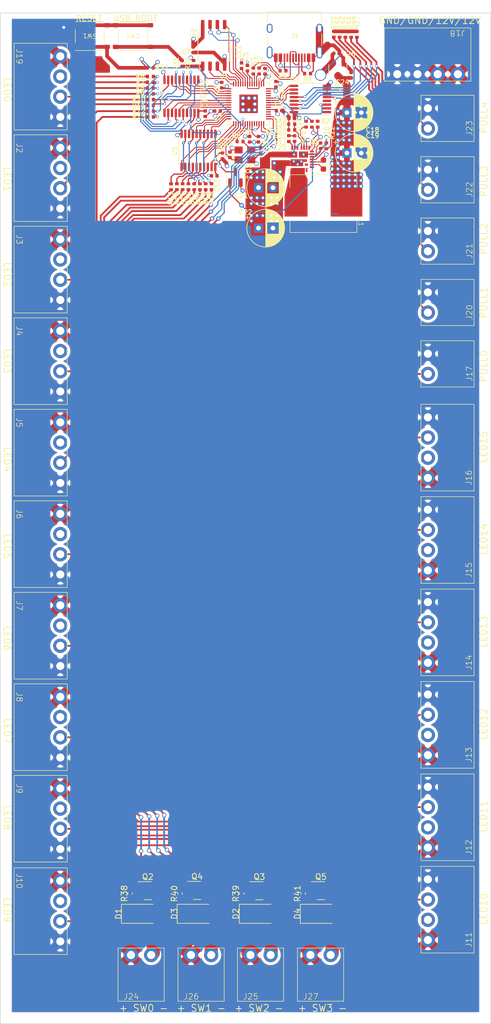
<source format=kicad_pcb>
(kicad_pcb (version 20221018) (generator pcbnew)
  (layers (0 "F.Cu" signal) (1 "In1.Cu" signal) (2 "In2.Cu" signal) (31 "B.Cu" signal) (34 "B.Paste" user) (35 "F.Paste" user) (36 "B.SilkS" user "B.Silkscreen") (37 "F.SilkS" user "F.Silkscreen") (38 "B.Mask" user) (39 "F.Mask" user) (44 "Edge.Cuts" user))
  (net 0 "")
  (net 1 "Net-(C1-Pad1)")
  (net 2 "GND")
  (net 3 "Net-(U1-XIN)")
  (net 4 "Net-(J1-VBUS-PadA4)")
  (net 5 "/USB_CC1")
  (net 6 "/USB_DP")
  (net 7 "/USB_DM")
  (net 9 "/USB_CC2")
  (net 11 "Net-(U1-USB_DP)")
  (net 12 "Net-(U1-USB_DM)")
  (net 13 "Net-(U1-XOUT)")
  (net 14 "+3V3")
  (net 15 "Net-(U1-GPIO0)")
  (net 16 "Net-(U1-GPIO1)")
  (net 17 "Net-(U1-GPIO2)")
  (net 18 "Net-(U1-GPIO3)")
  (net 19 "Net-(U1-GPIO4)")
  (net 20 "Net-(U1-GPIO5)")
  (net 21 "Net-(U1-GPIO6)")
  (net 22 "Net-(U1-GPIO7)")
  (net 23 "Net-(U1-GPIO8)")
  (net 24 "Net-(U1-GPIO9)")
  (net 25 "Net-(U1-GPIO10)")
  (net 26 "Net-(U1-GPIO11)")
  (net 27 "Net-(U1-GPIO12)")
  (net 28 "Net-(U1-GPIO13)")
  (net 29 "Net-(U1-GPIO14)")
  (net 30 "Net-(U1-GPIO15)")
  (net 33 "Net-(D1-A)")
  (net 34 "Net-(D2-A)")
  (net 35 "Net-(D3-A)")
  (net 36 "Net-(D4-A)")
  (net 40 "Net-(U1-GPIO23)")
  (net 41 "Net-(U1-GPIO24)")
  (net 42 "Net-(U1-GPIO25)")
  (net 43 "Net-(U1-GPIO26_ADC0)")
  (net 47 "/QSPI_IO3")
  (net 48 "/QSPI_CLK")
  (net 49 "/QSPI_IO0")
  (net 50 "/QSPI_IO2")
  (net 51 "/QSPI_IO1")
  (net 52 "/QSPI_CS")
  (net 56 "/DVDD")
  (net 57 "+5V")
  (net 58 "/LED7")
  (net 59 "/LED6")
  (net 60 "/LED5")
  (net 61 "/LED4")
  (net 62 "/LED3")
  (net 63 "/LED2")
  (net 64 "/LED1")
  (net 65 "/LED0")
  (net 66 "/LED8")
  (net 67 "/LED9")
  (net 68 "/LED10")
  (net 69 "/LED11")
  (net 70 "Net-(U6-V_DD)")
  (net 71 "Net-(U6-VDRV)")
  (net 72 "Net-(U6-BOOT)")
  (net 73 "Net-(C20-Pad2)")
  (net 74 "+12V")
  (net 75 "Net-(Q1-G)")
  (net 76 "/~{LED_PWR}")
  (net 77 "Net-(U4-1Y0)")
  (net 78 "Net-(U4-1Y1)")
  (net 79 "Net-(U4-1Y2)")
  (net 80 "Net-(U4-1Y3)")
  (net 81 "Net-(U4-2Y0)")
  (net 82 "Net-(U4-2Y1)")
  (net 83 "Net-(U4-2Y2)")
  (net 84 "Net-(U4-2Y3)")
  (net 85 "Net-(U5-1Y0)")
  (net 86 "Net-(U5-1Y1)")
  (net 87 "Net-(U5-1Y2)")
  (net 88 "Net-(U5-1Y3)")
  (net 89 "Net-(U5-2Y0)")
  (net 90 "/LED15")
  (net 91 "Net-(U5-2Y1)")
  (net 92 "/LED14")
  (net 93 "Net-(U5-2Y2)")
  (net 94 "/LED13")
  (net 95 "Net-(U5-2Y3)")
  (net 96 "/LED12")
  (net 97 "Net-(U6-MODE1)")
  (net 98 "Net-(U6-MODE2)")
  (net 99 "Net-(U6-FB)")
  (net 100 "Net-(U6-PHASE)")
  (net 102 "/SW_NODE")
  (net 103 "Net-(SW2-B)")
  (net 104 "Net-(SW1-A)")
  (net 105 "/PULL0")
  (net 106 "/PULL1")
  (net 107 "/PULL2")
  (net 108 "/PULL3")
  (net 109 "/PULL4")
  (net 110 "/SW0")
  (net 111 "/SW2")
  (net 112 "/SW1")
  (net 113 "/SW3")
  (footprint "Capacitor_SMD:C_0402_1005Metric" (layer "F.Cu") (at 71.705 38.864 -90)
    (fp_text reference "C8")
    (fp_text value "0.1uF")
  )
  (footprint "M_Connectors:DB2ERC-3.5-4P" (layer "F.Cu") (at 38.9 156.5 -90)
    (fp_text reference "J9")
    (fp_text value "Conn_01x04")
  )
  (footprint "Resistor_SMD:R_0402_1005Metric" (layer "F.Cu") (at 79 37.25 180)
    (fp_text reference "R24")
    (fp_text value "1MR")
  )
  (footprint "Resistor_SMD:R_0402_1005Metric" (layer "F.Cu") (at 58.1 47.1 -90)
    (fp_text reference "R17")
    (fp_text value "330R")
  )
  (footprint "Resistor_SMD:R_0402_1005Metric" (layer "F.Cu") (at 79 36.25 180)
    (fp_text reference "R28")
    (fp_text value "1MR")
  )
  (footprint "Package_TO_SOT_SMD:SOT-23-3" (layer "F.Cu") (at 87 26.75 -90)
    (fp_text reference "U7")
    (fp_text value "XC6206PxxxMR")
  )
  (footprint "Resistor_SMD:R_0402_1005Metric" (layer "F.Cu") (at 54.51 35 180)
    (fp_text reference "R13")
    (fp_text value "330R")
  )
  (footprint "Resistor_SMD:R_0402_1005Metric" (layer "F.Cu") (at 54.51 32 180)
    (fp_text reference "R10")
    (fp_text value "330R")
  )
  (footprint "Diode_SMD:D_SMA" (layer "F.Cu") (at 73.430834 172.9625)
    (fp_text reference "D2")
    (fp_text value "SS54")
  )
  (footprint "Package_SO:SOIC-8_5.23x5.23mm_P1.27mm" (layer "F.Cu") (at 65.482 22.608 90)
    (fp_text reference "U2")
    (fp_text value "W25Q128JVS")
  )
  (footprint "M_Connectors:DB2ERC-3.5-4P" (layer "F.Cu") (at 102.6 156.25 90)
    (fp_text reference "J12")
    (fp_text value "Conn_01x04")
  )
  (footprint "Capacitor_SMD:C_0402_1005Metric" (layer "F.Cu") (at 66.879 29.494 90)
    (fp_text reference "C6")
    (fp_text value "0.1uF")
  )
  (footprint "Resistor_SMD:R_0402_1005Metric" (layer "F.Cu") (at 86.3 20.69 90)
    (fp_text reference "R33")
    (fp_text value "1.5kR")
  )
  (footprint "Package_TO_SOT_SMD:SOT-23" (layer "F.Cu") (at 84.0625 168.9625)
    (fp_text reference "Q5")
    (fp_text value "AO3400A")
  )
  (footprint "Resistor_SMD:R_0402_1005Metric" (layer "F.Cu") (at 85 40 90)
    (fp_text reference "R22")
    (fp_text value "100kR")
  )
  (footprint "Resistor_SMD:R_0402_1005Metric" (layer "F.Cu") (at 54.51 34 180)
    (fp_text reference "R12")
    (fp_text value "330R")
  )
  (footprint "Package_TO_SOT_SMD:SOT-23" (layer "F.Cu") (at 62.604168 168.9125)
    (fp_text reference "Q4")
    (fp_text value "AO3400A")
  )
  (footprint "Resistor_SMD:R_0402_1005Metric" (layer "F.Cu") (at 77.5 27)
    (fp_text reference "R4")
    (fp_text value "5.1kR")
  )
  (footprint "M_Connectors:DB2ERC-3.5-4P" (layer "F.Cu") (at 38.9 29.75 -90)
    (fp_text reference "J19")
    (fp_text value "Conn_01x04")
  )
  (footprint "Resistor_SMD:R_0402_1005Metric" (layer "F.Cu") (at 64.1 47.08 -90)
    (fp_text reference "R19")
    (fp_text value "330R")
  )
  (footprint "Capacitor_SMD:C_0402_1005Metric" (layer "F.Cu") (at 65.58 45.2 180)
    (fp_text reference "C13")
    (fp_text value "0.1uF")
  )
  (footprint "M_Connectors:DB2ERC-3.5-4P" (layer "F.Cu") (at 38.9 61.4375 -90)
    (fp_text reference "J3")
    (fp_text value "Conn_01x04")
  )
  (footprint "Capacitor_SMD:C_0402_1005Metric" (layer "F.Cu") (at 84 40 90)
    (fp_text reference "C16")
    (fp_text value "1uF")
  )
  (footprint "M_Connectors:DB2ERC-3.5-4P" (layer "F.Cu") (at 38.9 108.96875 -90)
    (fp_text reference "J6")
    (fp_text value "Conn_01x04")
  )
  (footprint "M_Connectors:DB2ERC-3.5-4P" (layer "F.Cu") (at 38.9 93.125 -90)
    (fp_text reference "J5")
    (fp_text value "Conn_01x04")
  )
  (footprint "Resistor_SMD:R_0402_1005Metric" (layer "F.Cu") (at 82.5 36.26 90)
    (fp_text reference "R26")
    (fp_text value "1kR")
  )
  (footprint "Capacitor_SMD:C_0603_1608Metric" (layer "F.Cu") (at 84.5 43.25 90)
    (fp_text reference "C17")
    (fp_text value "2.2uF")
  )
  (footprint "M_Connectors:DB2ERC-3.5-4P" (layer "F.Cu") (at 38.9 140.65625 -90)
    (fp_text reference "J8")
    (fp_text value "Conn_01x04")
  )
  (footprint "Package_SO:TSSOP-16_4.4x5mm_P0.65mm" (layer "F.Cu") (at 82.246 31.8946 180)
    (fp_text reference "U3")
    (fp_text value "SN74HC4851")
  )
  (footprint "M_Connectors:DB2ERC-3.5-2P" (layer "F.Cu") (at 102.6 45.875 90)
    (fp_text reference "J22")
    (fp_text value "Conn_01x02")
  )
  (footprint "Resistor_SMD:R_0402_1005Metric" (layer "F.Cu") (at 70.054 39.245)
    (fp_text reference "R5")
    (fp_text value "1kR")
  )
  (footprint "M_Connectors:DB2ERC-3.5-2P" (layer "F.Cu") (at 63.3 180.1)
    (fp_text reference "J26")
    (fp_text value "Conn_01x02")
  )
  (footprint "Resistor_SMD:R_0402_1005Metric" (layer "F.Cu") (at 54.51 29 180)
    (fp_text reference "R7")
    (fp_text value "330R")
  )
  (footprint "Connector_USB:USB_C_Receptacle_HRO_TYPE-C-31-M-12" (layer "F.Cu") (at 79.5 20.705 180)
    (fp_text reference "J1")
    (fp_text value "USB_C_Receptacle_USB2.0")
  )
  (footprint "Resistor_SMD:R_0402_1005Metric" (layer "F.Cu") (at 54.51 28 180)
    (fp_text reference "R6")
    (fp_text value "330R")
  )
  (footprint "Package_TO_SOT_SMD:SOT-23" (layer "F.Cu") (at 73.395834 168.9625)
    (fp_text reference "Q3")
    (fp_text value "AO3400A")
  )
  (footprint "Package_TO_SOT_SMD:SOT-23" (layer "F.Cu") (at 69.25 45.4375 90)
    (fp_text reference "Q1")
    (fp_text value "AO3400A")
  )
  (footprint "M_Inductors:CKST1004" (layer "F.Cu") (at 84.5 50)
    (fp_text reference "L1")
    (fp_text value "1uH")
  )
  (footprint "Resistor_SMD:R_0402_1005Metric" (layer "F.Cu") (at 54.51 33 180)
    (fp_text reference "R11")
    (fp_text value "330R")
  )
  (footprint "Capacitor_SMD:C_0603_1608Metric" (layer "F.Cu") (at 77 42.25 -90)
    (fp_text reference "C23")
    (fp_text value "4.7uF")
  )
  (footprint "Capacitor_THT:CP_Radial_D6.3mm_P2.50mm" (layer "F.Cu") (at 73.25 54.25)
    (fp_text reference "C22")
    (fp_text value "470uF//25V")
  )
  (footprint "Resistor_SMD:R_0402_1005Metric" (layer "F.Cu") (at 51 169.4525 -90)
    (fp_text reference "R38")
    (fp_text value "10kR")
  )
  (footprint "Resistor_SMD:R_0402_1005Metric" (layer "F.Cu") (at 70.333334 169.4525 -90)
    (fp_text reference "R39")
    (fp_text value "10kR")
  )
  (footprint "Capacitor_SMD:C_0402_1005Metric" (layer "F.Cu") (at 76.277 29.339 90)
    (fp_text reference "C10")
    (fp_text value "0.1uF")
  )
  (footprint "M_Connectors:DB2ERC-3.5-2P" (layer "F.Cu") (at 102.6 77.75 90)
    (fp_text reference "J17")
    (fp_text value "Conn_01x02")
  )
  (footprint "M_Connectors:DB2ERC-3.5-4P" (layer "F.Cu") (at 102.6 124.25 90)
    (fp_text reference "J14")
    (fp_text value "Conn_01x04")
  )
  (footprint "Package_DFN_QFN:QFN-56-1EP_7x7mm_P0.4mm_EP3.2x3.2mm" (layer "F.Cu") (at 71.54 32.73)
    (fp_text reference "U1")
    (fp_text value "RP2040")
  )
  (footprint "Capacitor_SMD:C_0402_1005Metric" (layer "F.Cu") (at 66.145 33.9872 180)
    (fp_text reference "C7")
    (fp_text value "0.1uF")
  )
  (footprint "Diode_SMD:D_SMA" (layer "F.Cu") (at 62.666668 172.9625)
    (fp_text reference "D3")
    (fp_text value "SS54")
  )
  (footprint "M_SMPS:Vishay_PowerPAK_MLP44-24L_ThermalVias" (layer "F.Cu") (at 80.5625 42.265)
    (fp_text reference "U6")
    (fp_text value "SIC431")
  )
  (footprint "Capacitor_SMD:C_0402_1005Metric" (layer "F.Cu") (at 76.813 33.911)
    (fp_text reference "C9")
    (fp_text value "0.1uF")
  )
  (footprint "Resistor_SMD:R_0402_1005Metric" (layer "F.Cu") (at 61.1 47.08 -90)
    (fp_text reference "R14")
    (fp_text value "330R")
  )
  (footprint "Resistor_SMD:R_0402_1005Metric" (layer "F.Cu") (at 59.1 47.08 -90)
    (fp_text reference "R16")
    (fp_text value "330R")
  )
  (footprint "M_Connectors:DB2ERC-3.5-2P" (layer "F.Cu") (at 102.6 67.125 90)
    (fp_text reference "J20")
    (fp_text value "Conn_01x02")
  )
  (footprint "Capacitor_SMD:C_0402_1005Metric" (layer "F.Cu") (at 89.3 27.77 90)
    (fp_text reference "C24")
    (fp_text value "1uF")
  )
  (footprint "Resistor_SMD:R_0402_1005Metric" (layer "F.Cu") (at 67 41.75 90)
    (fp_text reference "R23")
    (fp_text value "1kR")
  )
  (footprint "M_Connectors:DB2ERC-3.5-4P" (layer "F.Cu") (at 102.6 108.25 90)
    (fp_text reference "J15")
    (fp_text value "Conn_01x04")
  )
  (footprint "Capacitor_SMD:C_0402_1005Metric" (layer "F.Cu") (at 79 35.25 180)
    (fp_text reference "C15")
    (fp_text value "0.1uF")
  )
  (footprint "Resistor_SMD:R_0402_1005Metric" (layer "F.Cu") (at 90.3 20.7 90)
    (fp_text reference "R37")
    (fp_text value "1.5kR")
  )
  (footprint "Package_SO:TSSOP-20_4.4x6.5mm_P0.65mm" (layer "F.Cu") (at 59.883 31.4295 -90)
    (fp_text reference "U4")
    (fp_text value "74HCT244")
  )
  (footprint "Capacitor_THT:CP_Radial_D6.3mm_P2.50mm" (layer "F.Cu") (at 88.567621 34.25)
    (fp_text reference "C18")
    (fp_text value "470uF//25V")
  )
  (footprint "Resistor_SMD:R_0402_1005Metric" (layer "F.Cu") (at 65.1 47.08 -90)
    (fp_text reference "R18")
    (fp_text value "330R")
  )
  (footprint "Capacitor_SMD:C_0402_1005Metric" (layer "F.Cu") (at 73.61 40.769 -90)
    (fp_text reference "C1")
    (fp_text value "30pF")
  )
  (footprint "M_Connectors:DB2ERC-3.5-2P" (layer "F.Cu") (at 102.6 35.25 90)
    (fp_text reference "J23")
    (fp_text value "Conn_01x02")
  )
  (footprint "Resistor_SMD:R_0402_1005Metric" (layer "F.Cu") (at 81.5 36.25 90)
    (fp_text reference "R25")
    (fp_text value "100kR")
  )
  (footprint "Resistor_SMD:R_0402_1005Metric" (layer "F.Cu") (at 62 25.74 -90)
    (fp_text reference "R30")
    (fp_text value "10kR")
  )
  (footprint "M_Connectors:DB2ERC-3.5-4P" (layer "F.Cu") (at 102.6 172.25 90)
    (fp_text reference "J11")
    (fp_text value "Conn_01x04")
  )
  (footprint "M_Connectors:DB2ERC-3.5-4P" (layer "F.Cu") (at 102.6 92.25 90)
    (fp_text reference "J16")
    (fp_text value "Conn_01x04")
  )
  (footprint "Resistor_SMD:R_0402_1005Metric" (layer "F.Cu") (at 88.3 20.7 90)
    (fp_text reference "R35")
    (fp_text value "1.5kR")
  )
  (footprint "Resistor_SMD:R_0402_1005Metric" (layer "F.Cu") (at 60 25.75 -90)
    (fp_text reference "R31")
    (fp_text value "1kR")
  )
  (footprint "M_Connectors:DB2ERC-3.5-4P" (layer "F.Cu") (at 38.9 124.8125 -90)
    (fp_text reference "J7")
    (fp_text value "Conn_01x04")
  )
  (footprint "Resistor_SMD:R_0402_1005Metric" (layer "F.Cu") (at 87.3 20.69 90)
    (fp_text reference "R34")
    (fp_text value "1.5kR")
  )
  (footprint "Package_TO_SOT_SMD:SOT-23" (layer "F.Cu") (at 54.0625 168.9625)
    (fp_text reference "Q2")
    (fp_text value "AO3400A")
  )
  (footprint "Diode_SMD:D_SMA" (layer "F.Cu") (at 84 172.9625)
    (fp_text reference "D4")
    (fp_text value "SS54")
  )
  (footprint "Capacitor_SMD:C_0402_1005Metric" (layer "F.Cu") (at 74.372 27.081 90)
    (fp_text reference "C4")
    (fp_text value "0.1uF")
  )
  (footprint "Capacitor_SMD:C_0402_1005Metric" (layer "F.Cu") (at 64.0088 34.4444 -90)
    (fp_text reference "C14")
    (fp_text value "0.1uF")
  )
  (footprint "Resistor_SMD:R_0402_1005Metric" (layer "F.Cu") (at 81 169.4525 -90)
    (fp_text reference "R41")
    (fp_text value "10kR")
  )
  (footprint "Capacitor_SMD:C_0402_1005Metric" (layer "F.Cu") (at 70.308 26.1412 90)
    (fp_text reference "C12")
    (fp_text value "0.1uF")
  )
  (footprint "Resistor_SMD:R_0402_1005Metric" (layer "F.Cu") (at 59.666668 169.4725 -90)
    (fp_text reference "R40")
    (fp_text value "10kR")
  )
  (footprint "Capacitor_SMD:C_0402_1005Metric" (layer "F.Cu") (at 71.324 26.573 90)
    (fp_text reference "C5")
    (fp_text value "0.1uF")
  )
  (footprint "M_Connectors:DB2ERC-3.5-2P" (layer "F.Cu") (at 84 180.1)
    (fp_text reference "J27")
    (fp_text value "Conn_01x02")
  )
  (footprint "M_Connectors:DB2ERC-3.5-4P" (layer "F.Cu") (at 102.6 140.25 90)
    (fp_text reference "J13")
    (fp_text value "Conn_01x04")
  )
  (footprint "Resistor_SMD:R_0402_1005Metric" (layer "F.Cu") (at 81.75 27.5 180)
    (fp_text reference "R3")
    (fp_text value "5.1kR")
  )
  (footprint "Package_SO:TSSOP-20_4.4x6.5mm_P0.65mm" (layer "F.Cu") (at 62.8404 40.7944 -90)
    (fp_text reference "U5")
    (fp_text value "74HCT244")
  )
  (footprint "Resistor_SMD:R_0402_1005Metric" (layer "F.Cu") (at 83.5 36.25 90)
    (fp_text reference "R27")
    (fp_text value "7.5kR")
  )
  (footprint "Resistor_SMD:R_0402_1005Metric" (layer "F.Cu") (at 60.1 47.08 -90)
    (fp_text reference "R15")
    (fp_text value "330R")
  )
  (footprint "M_Connectors:DB2ERC-3.5-2P" (layer "F.Cu") (at 73.6 180.1)
    (fp_text reference "J25")
    (fp_text value "Conn_01x02")
  )
  (footprint "Capacitor_SMD:C_0402_1005Metric" (layer "F.Cu") (at 79.5 38.75 90)
    (fp_text reference "C20")
    (fp_text value "0.1uF")
  )
  (footprint "M_Connectors:DB2ERC-3.5-2P" (layer "F.Cu") (at 102.6 56.5 90)
    (fp_text reference "J21")
    (fp_text value "Conn_01x02")
  )
  (footprint "Capacitor_SMD:C_0402_1005Metric" (layer "F.Cu") (at 68.3 41.55 90)
    (fp_text reference "C2")
    (fp_text value "30pF")
  )
  (footprint "Capacitor_SMD:C_0402_1005Metric" (layer "F.Cu") (at 73.229 38.864 -90)
    (fp_text reference "C11")
    (fp_text value "0.1uF")
  )
  (footprint "Crystal:Crystal_SMD_3225-4Pin_3.2x2.5mm" (layer "F.Cu") (at 70.9 41.57)
    (fp_text reference "Y1")
    (fp_text value "12MHz")
  )
  (footprint "M_Connectors:DB2ERC-3.5-4P" (layer "F.Cu") (at 38.9 77.28125 -90)
    (fp_text reference "J4")
    (fp_text value "Conn_01x04")
  )
  (footprint "Diode_SMD:D_SMA" (layer "F.Cu") (at 53 172.9625)
    (fp_text reference "D1")
    (fp_text value "SS54")
  )
  (footprint "M_Connectors:DB2ERC-3.5-4P" (layer "F.Cu") (at 102.55 27.6 180)
    (fp_text reference "J18")
    (fp_text value "Conn_01x04")
  )
  (footprint "Capacitor_THT:CP_Radial_D6.3mm_P2.50mm" (layer "F.Cu") (at 73.25 47.25)
    (fp_text reference "C21")
    (fp_text value "470uF//25V")
  )
  (footprint "M_Connectors:DB2ERC-3.5-4P" (layer "F.Cu") (at 38.9 45.59375 -90)
    (fp_text reference "J2")
    (fp_text value "Conn_01x04")
  )
  (footprint "Resistor_SMD:R_0402_1005Metric" (layer "F.Cu") (at 89.3 20.7 90)
    (fp_text reference "R36")
    (fp_text value "1.5kR")
  )
  (footprint "Resistor_SMD:R_0402_1005Metric" (layer "F.Cu") (at 54.51 31 180)
    (fp_text reference "R9")
    (fp_text value "330R")
  )
  (footprint "Resistor_SMD:R_0402_1005Metric" (layer "F.Cu") (at 78.5 38.75 90)
    (fp_text reference "R29")
    (fp_text value "1R")
  )
  (footprint "M_SW:TS-1187A-B-A-B" (layer "F.Cu") (at 44 21 180)
    (fp_text reference "SW1")
    (fp_text value "SW_SPST")
  )
  (footprint "Resistor_SMD:R_0402_1005Metric" (layer "F.Cu") (at 63.1 47.09 -90)
    (fp_text reference "R20")
    (fp_text value "330R")
  )
  (footprint "M_SW:TS-1187A-B-A-B" (layer "F.Cu") (at 51.5 21)
    (fp_text reference "SW2")
    (fp_text value "SW_SPST")
  )
  (footprint "M_Connectors:DB2ERC-3.5-4P" (layer "F.Cu") (at 38.9 172.5 -90)
    (fp_text reference "J10")
    (fp_text value "Conn_01x04")
  )
  (footprint "Capacitor_THT:CP_Radial_D6.3mm_P2.50mm" (layer "F.Cu") (at 88.567621 41.25)
    (fp_text reference "C19")
    (fp_text value "470uF//25V")
  )
  (footprint "Capacitor_SMD:C_0402_1005Metric" (layer "F.Cu") (at 86.77 24)
    (fp_text reference "C25")
    (fp_text value "1uF")
  )
  (footprint "Resistor_SMD:R_0402_1005Metric" (layer "F.Cu") (at 73.356 27.051 -90)
    (fp_text reference "R2")
    (fp_text value "27R4")
  )
  (footprint "Resistor_SMD:R_0402_1005Metric" (layer "F.Cu") (at 72.34 27.051 -90)
    (fp_text reference "R1")
    (fp_text value "27R4")
  )
  (footprint "Resistor_SMD:R_0402_1005Metric" (layer "F.Cu") (at 54.5 30 180)
    (fp_text reference "R8")
    (fp_text value "330R")
  )
  (footprint "Resistor_SMD:R_0402_1005Metric" (layer "F.Cu") (at 54.5 26.5 180)
    (fp_text reference "R32")
    (fp_text value "10kR")
  )
  (footprint "Capacitor_SMD:C_0402_1005Metric" (layer "F.Cu") (at 61.926 23.364 -90)
    (fp_text reference "C3")
    (fp_text value "0.1uF")
  )
  (footprint "M_Connectors:DB2ERC-3.5-2P" (layer "F.Cu") (at 52.9 180.1)
    (fp_text reference "J24")
    (fp_text value "Conn_01x02")
  )
  (footprint "Resistor_SMD:R_0402_1005Metric" (layer "F.Cu") (at 62.1 47.09 -90)
    (fp_text reference "R21")
    (fp_text value "330R")
  )
  (gr_line (start 28.5 192) (end 113.5 192) (stroke (width 0.1)) (layer "Edge.Cuts"))
  (gr_line (start 30.5 17) (end 28.5 17) (stroke (width 0.1)) (layer "Edge.Cuts"))
  (gr_line (start 30.5 17) (end 112 17) (stroke (width 0.1)) (layer "Edge.Cuts"))
  (gr_line (start 113.5 17) (end 112 17) (stroke (width 0.1)) (layer "Edge.Cuts"))
  (gr_line (start 28.5 17) (end 28.5 192) (stroke (width 0.1)) (layer "Edge.Cuts"))
  (gr_line (start 113.5 192) (end 113.5 17) (stroke (width 0.1)) (layer "Edge.Cuts"))
  (gr_text "LED5" (at 29 107 270) (layer "F.SilkS") (effects (font (size 1.2 1.2) (thickness 0.15) bold) (justify left bottom)))
  (gr_text "PULL0" (at 113 81 90) (layer "F.SilkS") (effects (font (size 1.2 1.2) (thickness 0.15) bold) (justify left bottom)))
  (gr_text "LED1" (at 29 43.5 270) (layer "F.SilkS") (effects (font (size 1.2 1.2) (thickness 0.15) bold) (justify left bottom)))
  (gr_text "PULL1" (at 113 70 90) (layer "F.SilkS") (effects (font (size 1.2 1.2) (thickness 0.15) bold) (justify left bottom)))
  (gr_text "LED15" (at 113 95 90) (layer "F.SilkS") (effects (font (size 1.2 1.2) (thickness 0.15) bold) (justify left bottom)))
  (gr_text "+ SW1 -" (at 59 190) (layer "F.SilkS") (effects (font (size 1.2 1.2) (thickness 0.15) bold) (justify left bottom)))
  (gr_text "PULL3" (at 113 49 90) (layer "F.SilkS") (effects (font (size 1.2 1.2) (thickness 0.15) bold) (justify left bottom)))
  (gr_text "LED7" (at 29 139 270) (layer "F.SilkS") (effects (font (size 1.2 1.2) (thickness 0.15) bold) (justify left bottom)))
  (gr_text "LED14" (at 113 111 90) (layer "F.SilkS") (effects (font (size 1.2 1.2) (thickness 0.15) bold) (justify left bottom)))
  (gr_text "LED10" (at 113 175 90) (layer "F.SilkS") (effects (font (size 1.2 1.2) (thickness 0.15) bold) (justify left bottom)))
  (gr_text "LED2" (at 29 60 270) (layer "F.SilkS") (effects (font (size 1.2 1.2) (thickness 0.15) bold) (justify left bottom)))
  (gr_text "+ SW2 -" (at 69 190) (layer "F.SilkS") (effects (font (size 1.2 1.2) (thickness 0.15) bold) (justify left bottom)))
  (gr_text "PULL4" (at 113 38 90) (layer "F.SilkS") (effects (font (size 1.2 1.2) (thickness 0.15) bold) (justify left bottom)))
  (gr_text "USB_BOOT" (at 48 18.5) (layer "F.SilkS") (effects (font (size 1 1) (thickness 0.15) bold) (justify left bottom)))
  (gr_text "LED9" (at 29 170 270) (layer "F.SilkS") (effects (font (size 1.2 1.2) (thickness 0.15) bold) (justify left bottom)))
  (gr_text "LED11" (at 113 159 90) (layer "F.SilkS") (effects (font (size 1.2 1.2) (thickness 0.15) bold) (justify left bottom)))
  (gr_text "GND/GND/12V/12V" (at 94 19) (layer "F.SilkS") (effects (font (size 1.2 1.2) (thickness 0.15) bold) (justify left bottom)))
  (gr_text "PULL2" (at 113 59 90) (layer "F.SilkS") (effects (font (size 1.2 1.2) (thickness 0.15) bold) (justify left bottom)))
  (gr_text "LED13" (at 113 127 90) (layer "F.SilkS") (effects (font (size 1.2 1.2) (thickness 0.15) bold) (justify left bottom)))
  (gr_text "LED12" (at 113 143 90) (layer "F.SilkS") (effects (font (size 1.2 1.2) (thickness 0.15) bold) (justify left bottom)))
  (gr_text "+ SW3 -" (at 80 190) (layer "F.SilkS") (effects (font (size 1.2 1.2) (thickness 0.15) bold) (justify left bottom)))
  (gr_text "+ SW0 -" (at 49 190) (layer "F.SilkS") (effects (font (size 1.2 1.2) (thickness 0.15) bold) (justify left bottom)))
  (gr_text "LED8" (at 29 154 270) (layer "F.SilkS") (effects (font (size 1.2 1.2) (thickness 0.15) bold) (justify left bottom)))
  (gr_text "LED0" (at 29 28 270) (layer "F.SilkS") (effects (font (size 1.2 1.2) (thickness 0.15) bold) (justify left bottom)))
  (gr_text "LED3" (at 29 75 270) (layer "F.SilkS") (effects (font (size 1.2 1.2) (thickness 0.15) bold) (justify left bottom)))
  (gr_text "LED6" (at 29 123 270) (layer "F.SilkS") (effects (font (size 1.2 1.2) (thickness 0.15) bold) (justify left bottom)))
  (gr_text "LED4" (at 29 92 270) (layer "F.SilkS") (effects (font (size 1.2 1.2) (thickness 0.15) bold) (justify left bottom)))
  (gr_text "RESET" (at 41.5 18.5) (layer "F.SilkS") (effects (font (size 1 1) (thickness 0.15) bold) (justify left bottom)))
  (segment (start 73.61 40.289) (end 72.431 40.289) (width 0.2032) (layer "F.Cu") (net 1))
  (segment (start 72.431 40.289) (end 72 40.72) (width 0.2032) (layer "F.Cu") (net 1))
  (segment (start 72.592 40.72) (end 72 40.72) (width 0.1524) (layer "F.Cu") (net 1))
  (segment (start 70.564 39.284) (end 72 40.72) (width 0.1524) (layer "F.Cu") (net 1))
  (segment (start 70.564 39.245) (end 70.564 39.284) (width 0.1524) (layer "F.Cu") (net 1))
  (segment (start 71.54 32.73) (end 70.6 32.73) (width 0.1524) (layer "F.Cu") (net 2))
  (segment (start 53.075 169.9625) (end 53.125 169.9125) (width 0.635) (layer "F.Cu") (net 2))
  (segment (start 89.3 26.9625) (end 87.95 25.6125) (width 0.635) (layer "F.Cu") (net 2))
  (segment (start 89.3 27.29) (end 89.3 26.9625) (width 0.635) (layer "F.Cu") (net 2))
  (segment (start 84.185 42.79) (end 84.5 42.475) (width 0.1524) (layer "F.Cu") (net 2))
  (segment (start 86.3 22.6) (end 87.25 23.55) (width 0.635) (layer "F.Cu") (net 2))
  (segment (start 47 19.125) (end 48.5 19.125) (width 0.635) (layer "F.Cu") (net 2))
  (segment (start 65.0128 33.9872) (end 65 34) (width 0.2032) (layer "F.Cu") (net 2))
  (segment (start 75.5 50) (end 75.5 52.0821) (width 0.1524) (layer "F.Cu") (net 2))
  (segment (start 83.965 23.835) (end 85.2 22.6) (width 1.27) (layer "F.Cu") (net 2))
  (segment (start 84.5 42.475) (end 84.5 42) (width 0.1524) (layer "F.Cu") (net 2))
  (segment (start 54.5 19.125) (end 48.5 19.125) (width 0.635) (layer "F.Cu") (net 2))
  (segment (start 71.616 32.73) (end 72.594 31.752) (width 0.1524) (layer "F.Cu") (net 2))
  (segment (start 85.1085 30.9196) (end 85.1085 30.2696) (width 0.2032) (layer "F.Cu") (net 2))
  (segment (start 78.49 35.28) (end 78.52 35.25) (width 0.1524) (layer "F.Cu") (net 2))
  (segment (start 70.333334 169.9625) (end 72.408334 169.9625) (width 0.635) (layer "F.Cu") (net 2))
  (segment (start 76.277 28.859) (end 76.637915 28.859) (width 0.2032) (layer "F.Cu") (net 2))
  (segment (start 72 42.42) (end 72.22 42.42) (width 0.3048) (layer "F.Cu") (net 2))
  (segment (start 72.439 39.344) (end 72.467 39.372) (width 0.1524) (layer "F.Cu") (net 2))
  (segment (start 83.1149 41.44) (end 83.25 41.3049) (width 0.1524) (layer "F.Cu") (net 2))
  (segment (start 76.095 24.75) (end 75.18 23.835) (width 0.1524) (layer "F.Cu") (net 2))
  (segment (start 72.439 42.42) (end 72 42.42) (width 0.2032) (layer "F.Cu") (net 2))
  (segment (start 65.496988 23.844) (end 61.926 23.844) (width 0.635) (layer "F.Cu") (net 2))
  (segment (start 71.54 32.73) (end 71.54 33.746) (width 0.1524) (layer "F.Cu") (net 2))
  (segment (start 83.25 41.3049) (end 83.25 40.75) (width 0.1524) (layer "F.Cu") (net 2))
  (segment (start 68.3 41.07) (end 68.65 40.72) (width 0.1524) (layer "F.Cu") (net 2))
  (segment (start 81.5 35.74) (end 81.5 35.25) (width 0.1524) (layer "F.Cu") (net 2))
  (segment (start 72.408334 169.9625) (end 72.458334 169.9125) (width 0.635) (layer "F.Cu") (net 2))
  (segment (start 59.9154 37.9319) (end 59.42268 37.9319) (width 0.2032) (layer "F.Cu") (net 2))
  (segment (start 81 169.9625) (end 83.075 169.9625) (width 0.635) (layer "F.Cu") (net 2))
  (segment (start 74.511634 26.601) (end 74.803119 26.892485) (width 0.1524) (layer "F.Cu") (net 2))
  (segment (start 78.49 36.25) (end 78.49 35.28) (width 0.1524) (layer "F.Cu") (net 2))
  (segment (start 83.82 23.835) (end 83.965 23.835) (width 1.27) (layer "F.Cu") (net 2))
  (segment (start 76 44.5) (end 77 44.5) (width 0.1524) (layer "F.Cu") (net 2))
  (segment (start 78.52 35.25) (end 78.52 35.02) (width 0.635) (layer "F.Cu") (net 2))
  (segment (start 82.5 41.44) (end 83.1149 41.44) (width 0.1524) (layer "F.Cu") (net 2))
  (segment (start 77.411 33.911) (end 78 34.5) (width 0.635) (layer "F.Cu") (net 2))
  (segment (start 82 35.25) (end 82.5 35.75) (width 0.1524) (layer "F.Cu") (net 2))
  (segment (start 75.5 50) (end 76.5 50) (width 0.1524) (layer "F.Cu") (net 2))
  (segment (start 82.5 42.79) (end 84.185 42.79) (width 0.1524) (layer "F.Cu") (net 2))
  (segment (start 64.0756 34.9244) (end 65 34) (width 0.2032) (layer "F.Cu") (net 2))
  (segment (start 56.958 27.458) (end 56.75 27.25) (width 0.1524) (layer "F.Cu") (net 2))
  (segment (start 41 19.125) (end 47 19.125) (width 0.635) (layer "F.Cu") (net 2))
  (segment (start 82.75 24.75) (end 82.75 27.01) (width 0.2032) (layer "F.Cu") (net 2))
  (segment (start 71.705 39.344) (end 72.439 39.344) (width 0.1524) (layer "F.Cu") (net 2))
  (segment (start 85.1085 29.6196) (end 85.1304 29.6196) (width 0.635) (layer "F.Cu") (net 2))
  (segment (start 72.22 42.42) (end 72.9 43.1) (width 0.3048) (layer "F.Cu") (net 2))
  (segment (start 76.025 43.025) (end 76 43) (width 0.1524) (layer "F.Cu") (net 2))
  (segment (start 82.75 24.75) (end 82.905 24.75) (width 0.1524) (layer "F.Cu") (net 2))
  (segment (start 72.556 32.73) (end 72.594 32.768) (width 0.1524) (layer "F.Cu") (net 2))
  (segment (start 76.5 52.0821) (end 76.5 53) (width 0.1524) (layer "F.Cu") (net 2))
  (segment (start 51 169.9625) (end 53.075 169.9625) (width 0.635) (layer "F.Cu") (net 2))
  (segment (start 68.97 40.72) (end 68.6 40.35) (width 0.1524) (layer "F.Cu") (net 2))
  (segment (start 39.875 19.125) (end 39.5 19.5) (width 0.635) (layer "F.Cu") (net 2))
  (segment (start 87.25 24) (end 87.25 23.55) (width 0.635) (layer "F.Cu") (net 2))
  (segment (start 64.0088 34.9244) (end 64.0756 34.9244) (width 0.2032) (layer "F.Cu") (net 2))
  (segment (start 59.666668 169.9825) (end 61.546668 169.9825) (width 0.635) (layer "F.Cu") (net 2))
  (segment (start 72.495 39.344) (end 72.467 39.372) (width 0.1524) (layer "F.Cu") (net 2))
  (segment (start 70.308 25.6612) (end 70.308 25.1532) (width 0.1524) (layer "F.Cu") (net 2))
  (segment (start 81.5 35.25) (end 82 35.25) (width 0.1524) (layer "F.Cu") (net 2))
  (segment (start 67.387 25.734012) (end 65.496988 23.844) (width 0.635) (layer "F.Cu") (net 2))
  (segment (start 77 43.025) (end 76.025 43.025) (width 0.1524) (layer "F.Cu") (net 2))
  (segment (start 71.54 32.73) (end 70.562 31.752) (width 0.1524) (layer "F.Cu") (net 2))
  (segment (start 77.293 33.911) (end 77.7248 33.4792) (width 0.1524) (layer "F.Cu") (net 2))
  (segment (start 77 45.5) (end 76 45.5) (width 0.1524) (layer "F.Cu") (net 2))
  (segment (start 66.0089 29.014) (end 66 29.0051) (width 0.1524) (layer "F.Cu") (net 2))
  (segment (start 85.2 22.6) (end 86.3 22.6) (width 0.635) (layer "F.Cu") (net 2))
  (segment (start 76.637915 28.859) (end 77.016283 29.237368) (width 0.2032) (layer "F.Cu") (net 2))
  (segment (start 71.54 32.73) (end 71.616 32.73) (width 0.1524) (layer "F.Cu") (net 2))
  (segment (start 75.5 53) (end 76.5 53) (width 0.1524) (layer "F.Cu") (net 2))
  (segment (start 71.54 32.73) (end 72.594 33.784) (width 0.1524) (layer "F.Cu") (net 2))
  (segment (start 68.65 40.72) (end 69.8 40.72) (width 0.1524) (layer "F.Cu") (net 2))
  (segment (start 71.54 32.73) (end 72.556 32.73) (width 0.1524) (layer "F.Cu") (net 2))
  (segment (start 41 19.125) (end 39.875 19.125) (width 0.635) (layer "F.Cu") (net 2))
  (segment (start 76.25 24.75) (end 76.095 24.75) (width 0.1524) (layer "F.Cu") (net 2))
  (segment (start 70.54 36.1675) (end 70.54 35.423629) (width 0.1524) (layer "F.Cu") (net 2))
  (segment (start 73.61 41.249) (end 72.439 42.42) (width 0.2032) (layer "F.Cu") (net 2))
  (segment (start 77.293 33.911) (end 77.411 33.911) (width 0.635) (layer "F.Cu") (net 2))
  (segment (start 56.958 28.567) (end 56.958 27.458) (width 0.1524) (layer "F.Cu") (net 2))
  (segment (start 71.324 26.093) (end 71.324 25.529) (width 0.1524) (layer "F.Cu") (net 2))
  (segment (start 83.25 40.75) (end 83.3524 40.6476) (width 0.1524) (layer "F.Cu") (net 2))
  (segment (start 66.879 29.014) (end 66.0089 29.014) (width 0.1524) (layer "F.Cu") (net 2))
  (segment (start 71.54 32.73) (end 71.54 32.806) (width 0.1524) (layer "F.Cu") (net 2))
  (segment (start 71.54 32.73) (end 71.54 31.79) (width 0.1524) (layer "F.Cu") (net 2))
  (segment (start 75.75 48.75) (end 75.5 49) (width 0.1524) (layer "F.Cu") (net 2))
  (segment (start 59.42268 37.9319) (end 59.21288 38.1417) (width 0.2032) (layer "F.Cu") (net 2))
  (segment (start 83.82 19.655) (end 83.82 23.835) (width 1.27) (layer "F.Cu") (net 2))
  (segment (start 64.7 45.2) (end 64.6 45.1) (width 0.2032) (layer "F.Cu") (net 2))
  (segment (start 85.1085 29.6196) (end 85.1085 30.2696) (width 0.2032) (layer "F.Cu") (net 2))
  (segment (start 84.5 42) (end 85 41.5) (width 0.1524) (layer "F.Cu") (net 2))
  (segment (start 70.54 35.423629) (end 70.540057 35.423572) (width 0.1524) (layer "F.Cu") (net 2))
  (segment (start 71.54 31.79) (end 71.578 31.752) (width 0.1524) (layer "F.Cu") (net 2))
  (segment (start 83.075 169.9625) (end 83.125 169.9125) (width 0.635) (layer "F.Cu") (net 2))
  (segment (start 83.3524 40.1676) (end 84 39.52) (width 0.1524) (layer "F.Cu") (net 2))
  (segment (start 67.387 26.208) (end 67.387 25.734012) (width 0.635) (layer "F.Cu") (net 2))
  (segment (start 76.25 26.26) (end 76.99 27) (width 0.1524) (layer "F.Cu") (net 2))
  (segment (start 61.546668 169.9825) (end 61.666668 169.8625) (width 0.635) (layer "F.Cu") (net 2))
  (segment (start 71.54 33.746) (end 71.578 33.784) (width 0.1524) (layer "F.Cu") (net 2))
  (segment (start 70.2 47.45) (end 70.5 47.75) (width 0.1524) (layer "F.Cu") (net 2))
  (segment (start 78.52 35.02) (end 78 34.5) (width 0.635) (layer "F.Cu") (net 2))
  (segment (start 82.905 24.75) (end 83.82 23.835) (width 0.1524) (layer "F.Cu") (net 2))
  (segment (start 67.387 26.208) (end 67.387 24.535) (width 0.635) (layer "F.Cu") (net 2))
  (segment (start 83.3524 40.6476) (end 83.3524 40.1676) (width 0.1524) (layer "F.Cu") (net 2))
  (segment (start 70.6 32.73) (end 70.562 32.768) (width 0.1524) (layer "F.Cu") (net 2))
  (segment (start 65.665 33.9872) (end 65.0128 33.9872) (width 0.2032) (layer "F.Cu") (net 2))
  (segment (start 82.75 27.01) (end 82.26 27.5) (width 0.2032) (layer "F.Cu") (net 2))
  (segment (start 71.54 32.806) (end 70.562 33.784) (width 0.1524) (layer "F.Cu") (net 2))
  (segment (start 81.125 41.44) (end 81.05 41.515) (width 0.1524) (layer "F.Cu") (net 2))
  (segment (start 69.8 40.72) (end 68.97 40.72) (width 0.1524) (layer "F.Cu") (net 2))
  (segment (start 87.95 24.7) (end 87.25 24) (width 0.635) (layer "F.Cu") (net 2))
  (segment (start 65.1 45.2) (end 64.7 45.2) (width 0.2032) (layer "F.Cu") (net 2))
  (segment (start 76.25 24.75) (end 76.25 26.26) (width 0.1524) (layer "F.Cu") (net 2))
  (segment (start 85.1304 29.6196) (end 85.75 29) (width 0.635) (layer "F.Cu") (net 2))
  (segment (start 74.372 26.601) (end 74.511634 26.601) (width 0.1524) (layer "F.Cu") (net 2))
  (segment (start 75.75 47.25) (end 75.75 48.75) (width 0.1524) (layer "F.Cu") (net 2))
  (segment (start 78.49 36.25) (end 78.49 37.25) (width 0.1524) (layer "F.Cu") (net 2))
  (segment (start 70.2 46.375) (end 70.2 47.45) (width 0.1524) (layer "F.Cu") (net 2))
  (segment (start 73.229 39.344) (end 72.495 39.344) (width 0.1524) (layer "F.Cu") (net 2))
  (segment (start 87.95 25.6125) (end 87.95 24.7) (width 0.635) (layer "F.Cu") (net 2))
  (segment (start 82.5 41.44) (end 81.125 41.44) (width 0.1524) (layer "F.Cu") (net 2))
  (via (at 77 45.5) (size 0.762) (drill 0.4) (layers "F.Cu" "B.Cu") (net 2))
  (via (at 71.578 31.752) (size 0.762) (drill 0.508) (layers "F.Cu" "B.Cu") (net 2))
  (via (at 75.5 53) (size 0.762) (drill 0.4) (layers "F.Cu" "B.Cu") (net 2))
  (via (at 77 44.5) (size 0.762) (drill 0.4) (layers "F.Cu" "B.Cu") (net 2))
  (via (at 68.6 40.35) (size 0.762) (drill 0.508) (layers "F.Cu" "B.Cu") (net 2))
  (via (at 76.5 53) (size 0.762) (drill 0.4) (layers "F.Cu" "B.Cu") (net 2))
  (via (at 75.5 52.0821) (size 0.762) (drill 0.4) (layers "F.Cu" "B.Cu") (net 2))
  (via (at 66 29.0051) (size 0.762) (drill 0.508) (layers "F.Cu" "B.Cu") (net 2))
  (via (at 85 41.5) (size 0.762) (drill 0.508) (layers "F.Cu" "B.Cu") (net 2))
  (via (at 70.308 25.1532) (size 0.5) (drill 0.35) (layers "F.Cu" "B.Cu") (net 2))
  (via (at 72.594 32.768) (size 0.762) (drill 0.508) (layers "F.Cu" "B.Cu") (net 2))
  (via (at 74.803119 26.892485) (size 0.5) (drill 0.35) (layers "F.Cu" "B.Cu") (net 2))
  (via (at 76.5 52.0821) (size 0.762) (drill 0.4) (layers "F.Cu" "B.Cu") (net 2))
  (via (at 72.594 33.784) (size 0.762) (drill 0.508) (layers "F.Cu" "B.Cu") (net 2))
  (via (at 67.387 24.535) (size 0.762) (drill 0.508) (layers "F.Cu" "B.Cu") (net 2))
  (via (at 39.5 19.5) (size 0.762) (drill 0.508) (layers "F.Cu" "B.Cu") (net 2))
  (via (at 71.324 25.529) (size 0.5) (drill 0.35) (layers "F.Cu" "B.Cu") (net 2))
  (via (at 64.6 45.1) (size 0.5) (drill 0.35) (layers "F.Cu" "B.Cu") (net 2))
  (via (at 76.5 49) (size 0.762) (drill 0.4) (layers "F.Cu" "B.Cu") (net 2))
  (via (at 56.75 27.25) (size 0.762) (drill 0.508) (layers "F.Cu" "B.Cu") (net 2))
  (via (at 70.562 33.784) (size 0.762) (drill 0.508) (layers "F.Cu" "B.Cu") (net 2))
  (via (at 81.5 35.25) (size 0.762) (drill 0.508) (layers "F.Cu" "B.Cu") (net 2))
  (via (at 71.578 33.784) (size 0.762) (drill 0.508) (layers "F.Cu" "B.Cu") (net 2))
  (via (at 76 43) (size 0.762) (drill 0.4) (layers "F.Cu" "B.Cu") (net 2))
  (via (at 72.9 43.1) (size 0.762) (drill 0.508) (layers "F.Cu" "B.Cu") (net 2))
  (via (at 77.7248 33.4792) (size 0.5) (drill 0.35) (layers "F.Cu" "B.Cu") (net 2))
  (via (at 78 34.5) (size 0.762) (drill 0.508) (layers "F.Cu" "B.Cu") (net 2))
  (via (at 75.5 50) (size 0.762) (drill 0.4) (layers "F.Cu" "B.Cu") (net 2))
  (via (at 72.594 31.752) (size 0.762) (drill 0.508) (layers "F.Cu" "B.Cu") (net 2))
  (via (at 76 45.5) (size 0.762) (drill 0.4) (layers "F.Cu" "B.Cu") (net 2))
  (via (at 70.5 47.75) (size 0.762) (drill 0.4) (layers "F.Cu" "B.Cu") (net 2))
  (via (at 76.5 50) (size 0.762) (drill 0.4) (layers "F.Cu" "B.Cu") (net 2))
  (via (at 72.467 39.372) (size 0.762) (drill 0.508) (layers "F.Cu" "B.Cu") (net 2))
  (via (at 70.540057 35.423572) (size 0.5) (drill 0.35) (layers "F.Cu" "B.Cu") (net 2))
  (via (at 59.21288 38.1417) (size 0.762) (drill 0.508) (layers "F.Cu" "B.Cu") (net 2))
  (via (at 65 34) (size 0.762) (drill 0.508) (layers "F.Cu" "B.Cu") (net 2))
  (via (at 76 44.5) (size 0.762) (drill 0.4) (layers "F.Cu" "B.Cu") (net 2))
  (via (at 70.562 32.768) (size 0.762) (drill 0.508) (layers "F.Cu" "B.Cu") (net 2))
  (via (at 77.016283 29.237368) (size 0.762) (drill 0.508) (layers "F.Cu" "B.Cu") (net 2))
  (via (at 75.5 49) (size 0.762) (drill 0.4) (layers "F.Cu" "B.Cu") (net 2))
  (via (at 85.75 29) (size 0.762) (drill 0.508) (layers "F.Cu" "B.Cu") (net 2))
  (via (at 70.562 31.752) (size 0.762) (drill 0.508) (layers "F.Cu" "B.Cu") (net 2))
  (segment (start 75.5 49) (end 75.5 50) (width 0.1524) (layer "B.Cu") (net 2))
  (segment (start 76.5 50) (end 76.5 49) (width 0.1524) (layer "B.Cu") (net 2))
  (segment (start 70.540057 35.685543) (end 70.5112 35.7144) (width 0.1524) (layer "B.Cu") (net 2))
  (segment (start 70.540057 35.423572) (end 70.540057 35.685543) (width 0.1524) (layer "B.Cu") (net 2))
  (segment (start 75.5 52.0821) (end 75.5 53) (width 0.1524) (layer "B.Cu") (net 2))
  (segment (start 76.5 53) (end 76.5 52.0821) (width 0.1524) (layer "B.Cu") (net 2))
  (segment (start 76 43) (end 76 44.5) (width 0.1524) (layer "B.Cu") (net 2))
  (segment (start 77 44.5) (end 77 45.5) (width 0.1524) (layer "B.Cu") (net 2))
  (segment (start 70.94 36.666316) (end 70.562 37.044316) (width 0.1524) (layer "F.Cu") (net 3))
  (segment (start 70.94 36.1675) (end 70.94 36.666316) (width 0.1524) (layer "F.Cu") (net 3))
  (segment (start 67.5962 41.4462) (end 67.8 41.65) (width 0.1524) (layer "F.Cu") (net 3))
  (segment (start 68.18 42.03) (end 67.8 41.65) (width 0.2032) (layer "F.Cu") (net 3))
  (segment (start 70.562 37.213) (end 67.5962 40.1788) (width 0.1524) (layer "F.Cu") (net 3))
  (segment (start 68.69 42.42) (end 68.3 42.03) (width 0.2032) (layer "F.Cu") (net 3))
  (segment (start 67.5962 40.1788) (end 67.5962 41.4462) (width 0.1524) (layer "F.Cu") (net 3))
  (segment (start 70.562 37.044316) (end 70.562 37.213) (width 0.1524) (layer "F.Cu") (net 3))
  (segment (start 69.8 42.42) (end 68.69 42.42) (width 0.2032) (layer "F.Cu") (net 3))
  (segment (start 68.3 42.03) (end 68.18 42.03) (width 0.2032) (layer "F.Cu") (net 3))
  (segment (start 77.0679 26.0995) (end 77.0679 24.7679) (width 0.1524) (layer "F.Cu") (net 4))
  (segment (start 81.95 24.75) (end 81.95 26.3) (width 0.1524) (layer "F.Cu") (net 4))
  (segment (start 77.0679 24.7679) (end 77.05 24.75) (width 0.1524) (layer "F.Cu") (net 4))
  (segment (start 81.95 26.3) (end 81.9 26.35) (width 0.1524) (layer "F.Cu") (net 4))
  (via (at 77.0679 26.0995) (size 0.762) (drill 0.508) (layers "F.Cu" "B.Cu") (net 4))
  (via (at 81.9 26.35) (size 0.762) (drill 0.508) (layers "F.Cu" "B.Cu") (net 4))
  (segment (start 81.9 26.35) (end 77.3184 26.35) (width 0.1524) (layer "B.Cu") (net 4))
  (segment (start 77.3184 26.35) (end 77.0679 26.0995) (width 0.1524) (layer "B.Cu") (net 4))
  (segment (start 80.75 24.75) (end 80.75 27.01) (width 0.2032) (layer "F.Cu") (net 5))
  (segment (start 80.75 27.01) (end 81.24 27.5) (width 0.2032) (layer "F.Cu") (net 5))
  (segment (start 74.792964 25.625) (end 75.681719 26.513755) (width 0.1524) (layer "F.Cu") (net 6))
  (segment (start 75.681719 26.513755) (end 75.681719 26.731719) (width 0.1524) (layer "F.Cu") (net 6))
  (segment (start 72.34 26.541) (end 72.34 26.411632) (width 0.1524) (layer "F.Cu") (net 6))
  (segment (start 78.6024 28.1476) (end 78.75 28) (width 0.1524) (layer "F.Cu") (net 6))
  (segment (start 76.2 27.251632) (end 77.095968 28.1476) (width 0.1524) (layer "F.Cu") (net 6))
  (segment (start 78.75 24.75) (end 78.75 23.832) (width 0.1524) (layer "F.Cu") (net 6))
  (segment (start 76.2 27.25) (end 76.2 27.251632) (width 0.1524) (layer "F.Cu") (net 6))
  (segment (start 78.863 23.719) (end 79.6464 23.719) (width 0.1524) (layer "F.Cu") (net 6))
  (segment (start 78.75 28) (end 78.75 24.75) (width 0.1524) (layer "F.Cu") (net 6))
  (segment (start 75.681719 26.731719) (end 76.2 27.25) (width 0.1524) (layer "F.Cu") (net 6))
  (segment (start 79.6464 23.719) (end 79.75 23.8226) (width 0.1524) (layer "F.Cu") (net 6))
  (segment (start 79.75 23.8226) (end 79.75 24.75) (width 0.1524) (layer "F.Cu") (net 6))
  (segment (start 78.75 23.832) (end 78.863 23.719) (width 0.1524) (layer "F.Cu") (net 6))
  (segment (start 72.25 26.451) (end 72.34 26.541) (width 0.1524) (layer "F.Cu") (net 6))
  (segment (start 72.34 26.411632) (end 73.126632 25.625) (width 0.1524) (layer "F.Cu") (net 6))
  (segment (start 77.095968 28.1476) (end 78.6024 28.1476) (width 0.1524) (layer "F.Cu") (net 6))
  (segment (start 73.126632 25.625) (end 74.792964 25.625) (width 0.1524) (layer "F.Cu") (net 6))
  (segment (start 79.9274 26) (end 79.7 26) (width 0.1524) (layer "F.Cu") (net 7))
  (segment (start 74.669596 26) (end 73.897 26) (width 0.1524) (layer "F.Cu") (net 7))
  (segment (start 79.7 26) (end 79.25 25.55) (width 0.1524) (layer "F.Cu") (net 7))
  (segment (start 80.25 27.5) (end 80.25 25.6774) (width 0.1524) (layer "F.Cu") (net 7))
  (segment (start 76.95 28.5) (end 79.25 28.5) (width 0.1524) (layer "F.Cu") (net 7))
  (segment (start 75.329319 26.879319) (end 75.329319 26.659723) (width 0.1524) (layer "F.Cu") (net 7))
  (segment (start 79.25 25.55) (end 79.25 24.75) (width 0.1524) (layer "F.Cu") (net 7))
  (segment (start 80.25 24.75) (end 80.25 25.6774) (width 0.1524) (layer "F.Cu") (net 7))
  (segment (start 80.25 25.6774) (end 79.9274 26) (width 0.1524) (layer "F.Cu") (net 7))
  (segment (start 76.0524 27.6024) (end 76.95 28.5) (width 0.1524) (layer "F.Cu") (net 7))
  (segment (start 79.25 28.5) (end 80.25 27.5) (width 0.1524) (layer "F.Cu") (net 7))
  (segment (start 75.329319 26.659723) (end 74.669596 26) (width 0.1524) (layer "F.Cu") (net 7))
  (segment (start 76.0524 27.6024) (end 75.329319 26.879319) (width 0.1524) (layer "F.Cu") (net 7))
  (segment (start 73.356 26.541) (end 73.897 26) (width 0.1524) (layer "F.Cu") (net 7))
  (segment (start 77.75 24.75) (end 77.75 26.74) (width 0.2032) (layer "F.Cu") (net 9))
  (segment (start 77.75 26.74) (end 78.01 27) (width 0.2032) (layer "F.Cu") (net 9))
  (segment (start 72.54 29.2925) (end 72.54 27.761) (width 0.1524) (layer "F.Cu") (net 11))
  (segment (start 72.54 27.761) (end 72.34 27.561) (width 0.1524) (layer "F.Cu") (net 11))
  (segment (start 72.897215 28.019785) (end 73.356 27.561) (width 0.1524) (layer "F.Cu") (net 12))
  (segment (start 72.897215 28.700546) (end 72.897215 28.019785) (width 0.1524) (layer "F.Cu") (net 12))
  (segment (start 72.94 28.743331) (end 72.897215 28.700546) (width 0.1524) (layer "F.Cu") (net 12))
  (segment (start 72.94 29.2925) (end 72.94 28.743331) (width 0.1524) (layer "F.Cu") (net 12))
  (segment (start 71.34 36.1675) (end 71.34 36.943) (width 0.1524) (layer "F.Cu") (net 13))
  (segment (start 71.34 36.943) (end 69.544 38.739) (width 0.1524) (layer "F.Cu") (net 13))
  (segment (start 69.544 38.739) (end 69.544 39.245) (width 0.1524) (layer "F.Cu") (net 13))
  (segment (start 55.01 26.24) (end 55.75 25.5) (width 0.2032) (layer "F.Cu") (net 14))
  (segment (start 76.152 33.73) (end 76.333 33.911) (width 0.1524) (layer "F.Cu") (net 14))
  (segment (start 63.577 21.233) (end 63.577 19.008) (width 0.635) (layer "F.Cu") (net 14))
  (segment (start 73.74 29.2925) (end 73.74 28.910161) (width 0.1524) (layer "F.Cu") (net 14))
  (segment (start 65.7345 34.8777) (end 65.704381 34.8777) (width 0.2032) (layer "F.Cu") (net 14))
  (segment (start 79.451 34.2371) (end 79.3835 34.2371) (width 0.635) (layer "F.Cu") (net 14))
  (segment (start 76.333 33.911) (end 76.333 34.262312) (width 0.1524) (layer "F.Cu") (net 14))
  (segment (start 74.9775 33.73) (end 76.152 33.73) (width 0.1524) (layer "F.Cu") (net 14))
  (segment (start 89.3 20.19) (end 88.3 20.19) (width 0.635) (layer "F.Cu") (net 14))
  (segment (start 66.8822 33.73) (end 66.625 33.9872) (width 0.1524) (layer "F.Cu") (net 14))
  (segment (start 71.705 38.384) (end 70.971 38.384) (width 0.1524) (layer "F.Cu") (net 14))
  (segment (start 74.9775 30.13) (end 75.966 30.13) (width 0.1524) (layer "F.Cu") (net 14))
  (segment (start 76.277 30.473) (end 76.25 30.5) (width 0.1524) (layer "F.Cu") (net 14))
  (segment (start 71.74 36.1675) (end 71.74 38.349) (width 0.1524) (layer "F.Cu") (net 14))
  (segment (start 87.31 20.19) (end 87.3 20.18) (width 0.635) (layer "F.Cu") (net 14))
  (segment (start 76.333 34.262312) (end 76.557983 34.487295) (width 0.1524) (layer "F.Cu") (net 14))
  (segment (start 74.372 27.561) (end 74.561 27.561) (width 0.1524) (layer "F.Cu") (net 14))
  (segment (start 72.14 29.2925) (end 72.14 28.377) (width 0.1524) (layer "F.Cu") (net 14))
  (segment (start 79.3835 34.2656) (end 80.3 35.1821) (width 0.2032) (layer "F.Cu") (net 14))
  (segment (start 88.3 20.19) (end 87.31 20.19) (width 0.635) (layer "F.Cu") (net 14))
  (segment (start 74.14 28.510162) (end 74.286081 28.364081) (width 0.1524) (layer "F.Cu") (net 14))
  (segment (start 74.286081 28.364081) (end 74.372 28.278161) (width 0.1524) (layer "F.Cu") (net 14))
  (segment (start 73.74 28.910161) (end 74.286081 28.364081) (width 0.1524) (layer "F.Cu") (net 14))
  (segment (start 61.926 22.884) (end 61.926 21.574) (width 0.635) (layer "F.Cu") (net 14))
  (segment (start 62 25.23) (end 61.98 25.23) (width 0.1524) (layer "F.Cu") (net 14))
  (segment (start 61.926 22.884) (end 63.577 21.233) (width 0.635) (layer "F.Cu") (net 14))
  (segment (start 90.3 20.19) (end 89.3 20.19) (width 0.635) (layer "F.Cu") (net 14))
  (segment (start 71.324 27.561) (end 71.324 27.053) (width 0.1524) (layer "F.Cu") (net 14))
  (segment (start 74.561 27.561) (end 75 28) (width 0.1524) (layer "F.Cu") (net 14))
  (segment (start 86.05 24.24) (end 86.29 24) (width 0.635) (layer "F.Cu") (net 14))
  (segment (start 67.514 29.974) (end 67.768 29.72) (width 0.2032) (layer "F.Cu") (net 14))
  (segment (start 55.01 26.5) (end 55.01 26.24) (width 0.2032) (layer "F.Cu") (net 14))
  (segment (start 66.625 33.9872) (end 65.7345 34.8777) (width 0.2032) (layer "F.Cu") (net 14))
  (segment (start 86.05 25.6125) (end 86.05 24.24) (width 0.635) (layer "F.Cu") (net 14))
  (segment (start 86.05 25.6125) (end 86.05 25.7) (width 1.27) (layer "F.Cu") (net 14))
  (segment (start 68.1025 30.13) (end 67.035 30.13) (width 0.1524) (layer "F.Cu") (net 14))
  (segment (start 86.05 25.7) (end 84 27.75) (width 1.27) (layer "F.Cu") (net 14))
  (segment (start 70.971 38.384) (end 70.943 38.356) (width 0.1524) (layer "F.Cu") (net 14))
  (segment (start 61.926 21.574) (end 62 21.5) (width 0.635) (layer "F.Cu") (net 14))
  (segment (start 75.966 30.13) (end 76.277 29.819) (width 0.1524) (layer "F.Cu") (net 14))
  (segment (start 68.1025 33.73) (end 66.8822 33.73) (width 0.1524) (layer "F.Cu") (net 14))
  (segment (start 79.3835 34.1696) (end 79.3835 34.2656) (width 0.2032) (layer "F.Cu") (net 14))
  (segment (start 71.74 27.977) (end 71.74 29.2925) (width 0.1524) (layer "F.Cu") (net 14))
  (segment (start 74.372 28.278161) (end 74.372 27.561) (width 0.1524) (layer "F.Cu") (net 14))
  (segment (start 71.74 27.977) (end 71.324 27.561) (width 0.1524) (layer "F.Cu") (net 14))
  (segment (start 61.98 25.23) (end 61.5 24.75) (width 0.1524) (layer "F.Cu") (net 14))
  (segment (start 74.14 29.2925) (end 74.14 28.510162) (width 0.1524) (layer "F.Cu") (net 14))
  (segment (start 66.879 29.974) (end 67.514 29.974) (width 0.2032) (layer "F.Cu") (net 14))
  (segment (start 71.74 38.349) (end 71.705 38.384) (width 0.1524) (layer "F.Cu") (net 14))
  (segment (start 72.14 28.377) (end 71.74 27.977) (width 0.1524) (layer "F.Cu") (net 14))
  (segment (start 67.035 30.13) (end 66.879 29.974) (width 0.1524) (layer "F.Cu") (net 14))
  (segment (start 79.48 35.25) (end 79.48 34.2661) (width 0.635) (layer "F.Cu") (net 14))
  (segment (start 76.277 29.819) (end 76.277 30.473) (width 0.1524) (layer "F.Cu") (net 14))
  (segment (start 87.3 20.18) (end 86.3 20.18) (width 0.635) (layer "F.Cu") (net 14))
  (segment (start 79.48 34.2661) (end 79.451 34.2371) (width 0.635) (layer "F.Cu") (net 14))
  (via (at 65.704381 34.8777) (size 0.762) (drill 0.508) (layers "F.Cu" "B.Cu") (net 14))
  (via (at 61.5 24.75) (size 0.762) (drill 0.508) (layers "F.Cu" "B.Cu") (net 14))
  (via (at 75 28) (size 0.762) (drill 0.508) (layers "F.Cu" "B.Cu") (net 14))
  (via (at 84 27.75) (size 2) (drill 1.7) (layers "F.Cu" "B.Cu") (net 14))
  (via (at 62 21.5) (size 0.762) (drill 0.508) (layers "F.Cu" "B.Cu") (net 14))
  (via (at 70.943 38.356) (size 0.762) (drill 0.508) (layers "F.Cu" "B.Cu") (net 14))
  (via (at 80.3 35.1821) (size 0.762) (drill 0.508) (layers "F.Cu" "B.Cu") (net 14))
  (via (at 76.557983 34.487295) (size 0.762) (drill 0.508) (layers "F.Cu" "B.Cu") (net 14))
  (via (at 76.25 30.5) (size 0.762) (drill 0.508) (layers "F.Cu" "B.Cu") (net 14))
  (via (at 67.768 29.72) (size 0.762) (drill 0.508) (layers "F.Cu" "B.Cu") (net 14))
  (via (at 55.75 25.5) (size 0.762) (drill 0.508) (layers "F.Cu" "B.Cu") (net 14))
  (segment (start 87.45 24.3) (end 84 27.75) (width 0.2032) (layer "B.Cu") (net 14))
  (segment (start 84.5 27.25) (end 84 27.75) (width 0.635) (layer "B.Cu") (net 14))
  (segment (start 66.4472 30.5836) (end 65.5328 29.6692) (width 0.1524) (layer "F.Cu") (net 15))
  (segment (start 67.2628 30.53) (end 67.2092 30.5836) (width 0.1524) (layer "F.Cu") (net 15))
  (segment (start 62.158 29.186527) (end 62.158 28.567) (width 0.1524) (layer "F.Cu") (net 15))
  (segment (start 68.1025 30.53) (end 67.2628 30.53) (width 0.1524) (layer "F.Cu") (net 15))
  (segment (start 62.640673 29.6692) (end 62.158 29.186527) (width 0.1524) (layer "F.Cu") (net 15))
  (segment (start 65.5328 29.6692) (end 62.640673 29.6692) (width 0.1524) (layer "F.Cu") (net 15))
  (segment (start 67.2092 30.5836) (end 66.4472 30.5836) (width 0.1524) (layer "F.Cu") (net 15))
  (segment (start 68.1025 30.93) (end 68.0965 30.936) (width 0.1524) (layer "F.Cu") (net 16))
  (segment (start 61.926 29.6184) (end 61.289873 29.6184) (width 0.1524) (layer "F.Cu") (net 16))
  (segment (start 65.3804 30.0756) (end 62.3832 30.0756) (width 0.1524) (layer "F.Cu") (net 16))
  (segment (start 60.858 29.186527) (end 60.858 28.567) (width 0.1524) (layer "F.Cu") (net 16))
  (segment (start 62.3832 30.0756) (end 61.926 29.6184) (width 0.1524) (layer "F.Cu") (net 16))
  (segment (start 66.2408 30.936) (end 65.3804 30.0756) (width 0.1524) (layer "F.Cu") (net 16))
  (segment (start 68.0965 30.936) (end 66.2408 30.936) (width 0.1524) (layer "F.Cu") (net 16))
  (segment (start 61.289873 29.6184) (end 60.858 29.186527) (width 0.1524) (layer "F.Cu") (net 16))
  (segment (start 59.558 29.5364) (end 59.558 28.567) (width 0.1524) (layer "F.Cu") (net 17))
  (segment (start 65.1264 30.482) (end 61.418 30.482) (width 0.1524) (layer "F.Cu") (net 17))
  (segment (start 60.7068 29.7708) (end 59.7924 29.7708) (width 0.1524) (layer "F.Cu") (net 17))
  (segment (start 65.9744 31.33) (end 65.1264 30.482) (width 0.1524) (layer "F.Cu") (net 17))
  (segment (start 68.1025 31.33) (end 65.9744 31.33) (width 0.1524) (layer "F.Cu") (net 17))
  (segment (start 61.418 30.482) (end 60.7068 29.7708) (width 0.1524) (layer "F.Cu") (net 17))
  (segment (start 59.7924 29.7708) (end 59.558 29.5364) (width 0.1524) (layer "F.Cu") (net 17))
  (segment (start 58.5224 29.72) (end 58.258 29.4556) (width 0.1524) (layer "F.Cu") (net 18))
  (segment (start 59.1828 29.72) (end 58.5224 29.72) (width 0.1524) (layer "F.Cu") (net 18))
  (segment (start 58.258 29.4556) (end 58.258 28.567) (width 0.1524) (layer "F.Cu") (net 18))
  (segment (start 68.1025 31.73) (end 65.7648 31.73) (width 0.1524) (layer "F.Cu") (net 18))
  (segment (start 60.5544 30.228) (end 59.6908 30.228) (width 0.1524) (layer "F.Cu") (net 18))
  (segment (start 64.974 30.9392) (end 61.2656 30.9392) (width 0.1524) (layer "F.Cu") (net 18))
  (segment (start 59.6908 30.228) (end 59.1828 29.72) (width 0.1524) (layer "F.Cu") (net 18))
  (segment (start 61.2656 30.9392) (end 60.5544 30.228) (width 0.1524) (layer "F.Cu") (net 18))
  (segment (start 65.7648 31.73) (end 64.974 30.9392) (width 0.1524) (layer "F.Cu") (net 18))
  (segment (start 56.958 33.672473) (end 56.958 34.292) (width 0.1524) (layer "F.Cu") (net 19))
  (segment (start 68.1025 32.13) (end 58.500473 32.13) (width 0.1524) (layer "F.Cu") (net 19))
  (segment (start 58.500473 32.13) (end 56.958 33.672473) (width 0.1524) (layer "F.Cu") (net 19))
  (segment (start 68.1025 32.53) (end 67.2019 32.53) (width 0.1524) (layer "F.Cu") (net 20))
  (segment (start 67.2019 32.53) (end 67.1584 32.5735) (width 0.1524) (layer "F.Cu") (net 20))
  (segment (start 67.1584 32.5735) (end 59.356973 32.5735) (width 0.1524) (layer "F.Cu") (net 20))
  (segment (start 59.356973 32.5735) (end 58.258 33.672473) (width 0.1524) (layer "F.Cu") (net 20))
  (segment (start 58.258 33.672473) (end 58.258 34.292) (width 0.1524) (layer "F.Cu") (net 20))
  (segment (start 68.1025 32.93) (end 67.5076 32.93) (width 0.1524) (layer "F.Cu") (net 21))
  (segment (start 59.558 33.672473) (end 59.558 34.292) (width 0.1524) (layer "F.Cu") (net 21))
  (segment (start 67.5035 32.9259) (end 60.304573 32.9259) (width 0.1524) (layer "F.Cu") (net 21))
  (segment (start 60.304573 32.9259) (end 59.558 33.672473) (width 0.1524) (layer "F.Cu") (net 21))
  (segment (start 67.5076 32.93) (end 67.5035 32.9259) (width 0.1524) (layer "F.Cu") (net 21))
  (segment (start 68.1025 33.33) (end 68.0993 33.3268) (width 0.1524) (layer "F.Cu") (net 22))
  (segment (start 63.112327 33.3268) (end 63.063827 33.2783) (width 0.1524) (layer "F.Cu") (net 22))
  (segment (start 63.063827 33.2783) (end 61.252173 33.2783) (width 0.1524) (layer "F.Cu") (net 22))
  (segment (start 68.0993 33.3268) (end 63.112327 33.3268) (width 0.1524) (layer "F.Cu") (net 22))
  (segment (start 60.858 33.672473) (end 60.858 34.292) (width 0.1524) (layer "F.Cu") (net 22))
  (segment (start 61.252173 33.2783) (end 60.858 33.672473) (width 0.1524) (layer "F.Cu") (net 22))
  (segment (start 63.926464 35.562) (end 63.369232 36.119232) (width 0.1524) (layer "F.Cu") (net 23))
  (segment (start 63.369232 36.119232) (end 62.380768 36.119232) (width 0.1524) (layer "F.Cu") (net 23))
  (segment (start 61.2154 37.2846) (end 61.2154 37.9319) (width 0.1524) (layer "F.Cu") (net 23))
  (segment (start 68.1025 34.13) (end 67.380796 34.13) (width 0.1524) (layer "F.Cu") (net 23))
  (segment (start 65.948796 35.562) (end 63.926464 35.562) (width 0.1524) (layer "F.Cu") (net 23))
  (segment (start 67.380796 34.13) (end 65.948796 35.562) (width 0.1524) (layer "F.Cu") (net 23))
  (segment (start 62.380768 36.119232) (end 61.2154 37.2846) (width 0.1524) (layer "F.Cu") (net 23))
  (segment (start 68.1025 34.53) (end 67.479164 34.53) (width 0.1524) (layer "F.Cu") (net 24))
  (segment (start 62.75 36.5) (end 62.5154 36.7346) (width 0.1524) (layer "F.Cu") (net 24))
  (segment (start 64.015232 35.9716) (end 63.5 36.486832) (width 0.1524) (layer "F.Cu") (net 24))
  (segment (start 62.5154 36.7346) (end 62.5154 37.9319) (width 0.1524) (layer "F.Cu") (net 24))
  (segment (start 63.5 36.486832) (end 63.5 36.5) (width 0.1524) (layer "F.Cu") (net 24))
  (segment (start 67.479164 34.53) (end 66.037564 35.9716) (width 0.1524) (layer "F.Cu") (net 24))
  (segment (start 66.037564 35.9716) (end 64.015232 35.9716) (width 0.1524) (layer "F.Cu") (net 24))
  (segment (start 63.5 36.5) (end 62.75 36.5) (width 0.1524) (layer "F.Cu") (net 24))
  (segment (start 63.9072 36.578) (end 63.9072 37.8401) (width 0.1524) (layer "F.Cu") (net 25))
  (segment (start 67.5872 34.93) (end 66.1932 36.324) (width 0.1524) (layer "F.Cu") (net 25))
  (segment (start 68.1025 34.93) (end 67.5872 34.93) (width 0.1524) (layer "F.Cu") (net 25))
  (segment (start 66.1932 36.324) (end 64.1612 36.324) (width 0.1524) (layer "F.Cu") (net 25))
  (segment (start 64.1612 36.324) (end 63.9072 36.578) (width 0.1524) (layer "F.Cu") (net 25))
  (segment (start 63.9072 37.8401) (end 63.8154 37.9319) (width 0.1524) (layer "F.Cu") (net 25))
  (segment (start 65.1154 36.789) (end 65.1154 37.9319) (width 0.1524) (layer "F.Cu") (net 26))
  (segment (start 65.228 36.6764) (end 65.1154 36.789) (width 0.1524) (layer "F.Cu") (net 26))
  (segment (start 66.339169 36.6764) (end 65.228 36.6764) (width 0.1524) (layer "F.Cu") (net 26))
  (segment (start 68.1025 35.33) (end 67.685569 35.33) (width 0.1524) (layer "F.Cu") (net 26))
  (segment (start 67.685569 35.33) (end 66.339169 36.6764) (width 0.1524) (layer "F.Cu") (net 26))
  (segment (start 61.034 41.534) (end 62.318 40.25) (width 0.1524) (layer "F.Cu") (net 27))
  (segment (start 65.25 39.25) (end 66 39.25) (width 0.1524) (layer "F.Cu") (net 27))
  (segment (start 66 39.25) (end 68.94 36.31) (width 0.1524) (layer "F.Cu") (net 27))
  (segment (start 68.94 36.31) (end 68.94 36.1675) (width 0.1524) (layer "F.Cu") (net 27))
  (segment (start 61.0624 41.5056) (end 61.034 41.534) (width 0.1524) (layer "F.Cu") (net 27))
  (segment (start 61.034 41.534) (end 59.894 42.674) (width 0.1524) (layer "F.Cu") (net 27))
  (segment (start 62.318 40.25) (end 64.25 40.25) (width 0.1524) (layer "F.Cu") (net 27))
  (segment (start 59.894 42.674) (end 59.894 43.6355) (width 0.1524) (layer "F.Cu") (net 27))
  (segment (start 59.894 43.6355) (end 59.9154 43.6569) (width 0.1524) (layer "F.Cu") (net 27))
  (segment (start 64.25 40.25) (end 65.25 39.25) (width 0.1524) (layer "F.Cu") (net 27))
  (segment (start 61.672 41.8612) (end 61.672 41.828) (width 0.1524) (layer "F.Cu") (net 28))
  (segment (start 61.2154 43.6569) (end 61.2154 42.3178) (width 0.1524) (layer "F.Cu") (net 28))
  (segment (start 65.368616 39.631384) (end 66.381384 39.631384) (width 0.1524) (layer "F.Cu") (net 28))
  (segment (start 62.8976 40.6024) (end 64.3976 40.6024) (width 0.1524) (layer "F.Cu") (net 28))
  (segment (start 69.34 36.672768) (end 69.34 36.1675) (width 0.1524) (layer "F.Cu") (net 28))
  (segment (start 66.381384 39.631384) (end 69.34 36.672768) (width 0.1524) (layer "F.Cu") (net 28))
  (segment (start 61.2154 42.3178) (end 61.672 41.8612) (width 0.1524) (layer "F.Cu") (net 28))
  (segment (start 61.672 41.828) (end 62.8976 40.6024) (width 0.1524) (layer "F.Cu") (net 28))
  (segment (start 64.3976 40.6024) (end 65.368616 39.631384) (width 0.1524) (layer "F.Cu") (net 28))
  (segment (start 64.5 41) (end 65.4594 40.0406) (width 0.1524) (layer "F.Cu") (net 29))
  (segment (start 65.4594 40.0406) (end 66.5406 40.0406) (width 0.1524) (layer "F.Cu") (net 29))
  (segment (start 66.5406 40.0406) (end 69.74 36.8412) (width 0.1524) (layer "F.Cu") (net 29))
  (segment (start 69.74 36.8412) (end 69.74 36.1675) (width 0.1524) (layer "F.Cu") (net 29))
  (segment (start 63 41) (end 64.5 41) (width 0.1524) (layer "F.Cu") (net 29))
  (segment (start 62.5154 43.6569) (end 62.5154 41.4846) (width 0.1524) (layer "F.Cu") (net 29))
  (segment (start 62.5154 41.4846) (end 63 41) (width 0.1524) (layer "F.Cu") (net 29))
  (segment (start 65.607 40.393) (end 66.7978 40.393) (width 0.1524) (layer "F.Cu") (net 30))
  (segment (start 63.8154 42.1846) (end 65.607 40.393) (width 0.1524) (layer "F.Cu") (net 30))
  (segment (start 63.8154 43.6569) (end 63.8154 42.1846) (width 0.1524) (layer "F.Cu") (net 30))
  (segment (start 66.7978 40.393) (end 70.14 37.0508) (width 0.1524) (layer "F.Cu") (net 30))
  (segment (start 70.14 37.0508) (end 70.14 36.1675) (width 0.1524) (layer "F.Cu") (net 30))
  (segment (start 55 179.75) (end 54.65 180.1) (width 2.286) (layer "F.Cu") (net 33))
  (segment (start 55 168.9625) (end 55 172.9625) (width 1.27) (layer "F.Cu") (net 33))
  (segment (start 55 172.9625) (end 55 179.75) (width 2.286) (layer "F.Cu") (net 33))
  (segment (start 75.430834 180.019166) (end 75.35 180.1) (width 2.286) (layer "F.Cu") (net 34))
  (segment (start 75.430834 172.9625) (end 75.430834 170.06) (width 1.27) (layer "F.Cu") (net 34))
  (segment (start 75.430834 172.9625) (end 75.430834 180.019166) (width 2.286) (layer "F.Cu") (net 34))
  (segment (start 75.430834 170.06) (end 74.333334 168.9625) (width 1.27) (layer "F.Cu") (net 34))
  (segment (start 65.05 180.1) (end 65.05 173.345832) (width 2.286) (layer "F.Cu") (net 35))
  (segment (start 64.666668 172.9625) (end 64.666668 170.0375) (width 1.27) (layer "F.Cu") (net 35))
  (segment (start 65.05 173.345832) (end 64.666668 172.9625) (width 2.286) (layer "F.Cu") (net 35))
  (segment (start 64.666668 170.0375) (end 63.541668 168.9125) (width 1.27) (layer "F.Cu") (net 35))
  (segment (start 86 172.9625) (end 86 179.85) (width 2.286) (layer "F.Cu") (net 36))
  (segment (start 86 172.9625) (end 86 169.9625) (width 1.27) (layer "F.Cu") (net 36))
  (segment (start 86 169.9625) (end 85 168.9625) (width 1.27) (layer "F.Cu") (net 36))
  (segment (start 86 179.85) (end 85.75 180.1) (width 2.286) (layer "F.Cu") (net 36))
  (segment (start 74.9775 32.93) (end 77.004 32.93) (width 0.1524) (layer "F.Cu") (net 40))
  (segment (start 78.0296 31.1424) (end 78.2524 30.9196) (width 0.1524) (layer "F.Cu") (net 40))
  (segment (start 77.004 32.93) (end 78.0296 31.9044) (width 0.1524) (layer "F.Cu") (net 40))
  (segment (start 78.2524 30.9196) (end 79.3835 30.9196) (width 0.1524) (layer "F.Cu") (net 40))
  (segment (start 78.0296 31.9044) (end 78.0296 31.1424) (width 0.1524) (layer "F.Cu") (net 40))
  (segment (start 77.5216 31.9044) (end 77.5216 31.152032) (width 0.1524) (layer "F.Cu") (net 41))
  (segment (start 76.896 32.53) (end 77.5216 31.9044) (width 0.1524) (layer "F.Cu") (net 41))
  (segment (start 77.5216 31.152032) (end 78.404032 30.2696) (width 0.1524) (layer "F.Cu") (net 41))
  (segment (start 78.404032 30.2696) (end 79.3835 30.2696) (width 0.1524) (layer "F.Cu") (net 41))
  (segment (start 74.9775 32.53) (end 76.896 32.53) (width 0.1524) (layer "F.Cu") (net 41))
  (segment (start 77.0644 31.8028) (end 77.0644 31.110864) (width 0.1524) (layer "F.Cu") (net 42))
  (segment (start 76.7372 32.13) (end 77.0644 31.8028) (width 0.1524) (layer "F.Cu") (net 42))
  (segment (start 77.0644 31.110864) (end 78.555664 29.6196) (width 0.1524) (layer "F.Cu") (net 42))
  (segment (start 74.9775 32.13) (end 76.7372 32.13) (width 0.1524) (layer "F.Cu") (net 42))
  (segment (start 78.555664 29.6196) (end 79.3835 29.6196) (width 0.1524) (layer "F.Cu") (net 42))
  (segment (start 76.3244 31.73) (end 74.9775 31.73) (width 0.1524) (layer "F.Cu") (net 43))
  (segment (start 85.1085 32.8696) (end 84.024 32.8696) (width 0.1524) (layer "F.Cu") (net 43))
  (segment (start 76.4548 31.5996) (end 76.3244 31.73) (width 0.1524) (layer "F.Cu") (net 43))
  (via (at 84.024 32.8696) (size 0.5) (drill 0.35) (layers "F.Cu" "B.Cu") (net 43))
  (via (at 76.4548 31.5996) (size 0.5) (drill 0.35) (layers "F.Cu" "B.Cu") (net 43))
  (segment (start 84.25 34.25) (end 84.25 33.0956) (width 0.2032) (layer "B.Cu") (net 43))
  (segment (start 84 34.5) (end 84.25 34.25) (width 0.2032) (layer "B.Cu") (net 43))
  (segment (start 76.625281 31.5996) (end 77.775681 32.75) (width 0.2032) (layer "B.Cu") (net 43))
  (segment (start 79.75 34.5) (end 84 34.5) (width 0.2032) (layer "B.Cu") (net 43))
  (segment (start 78 32.75) (end 79.75 34.5) (width 0.2032) (layer "B.Cu") (net 43))
  (segment (start 84.25 33.0956) (end 84.024 32.8696) (width 0.2032) (layer "B.Cu") (net 43))
  (segment (start 76.4548 31.5996) (end 76.625281 31.5996) (width 0.2032) (layer "B.Cu") (net 43))
  (segment (start 77.775681 32.75) (end 78 32.75) (width 0.2032) (layer "B.Cu") (net 43))
  (segment (start 70.94 29.2925) (end 70.94 28.2692) (width 0.1524) (layer "F.Cu") (net 47))
  (segment (start 70.94 28.2692) (end 69.292 26.6212) (width 0.1524) (layer "F.Cu") (net 47))
  (segment (start 69.292 26.6212) (end 69.292 26.3164) (width 0.1524) (layer "F.Cu") (net 47))
  (segment (start 64.9232 19.0842) (end 64.847 19.008) (width 0.1524) (layer "F.Cu") (net 47))
  (segment (start 64.9232 20.3728) (end 64.9232 19.0842) (width 0.1524) (layer "F.Cu") (net 47))
  (segment (start 69.292 26.3164) (end 69.292 22.0492) (width 0.1524) (layer "F.Cu") (net 47))
  (segment (start 69.292 22.0492) (end 69.5968 21.7444) (width 0.1524) (layer "F.Cu") (net 47))
  (via (at 64.9232 20.3728) (size 0.762) (drill 0.508) (layers "F.Cu" "B.Cu") (net 47))
  (via (at 69.5968 21.7444) (size 0.762) (drill 0.508) (layers "F.Cu" "B.Cu") (net 47))
  (segment (start 69.5968 21.7444) (end 66.2948 21.7444) (width 0.1524) (layer "B.Cu") (net 47))
  (segment (start 66.2948 21.7444) (end 64.9232 20.3728) (width 0.1524) (layer "B.Cu") (net 47))
  (segment (start 70.54 29.2925) (end 70.54 28.407496) (width 0.1524) (layer "F.Cu") (net 48))
  (segment (start 68.8856 26.753096) (end 68.8856 20.83) (width 0.1524) (layer "F.Cu") (net 48))
  (segment (start 66.3456 19.2366) (end 66.117 19.008) (width 0.1524) (layer "F.Cu") (net 48))
  (segment (start 69.302252 27.169748) (end 68.8856 26.753096) (width 0.1524) (layer "F.Cu") (net 48))
  (segment (start 70.54 28.407496) (end 69.302252 27.169748) (width 0.1524) (layer "F.Cu") (net 48))
  (segment (start 66.3456 20.3728) (end 66.3456 19.2366) (width 0.1524) (layer "F.Cu") (net 48))
  (via (at 68.8856 20.83) (size 0.762) (drill 0.508) (layers "F.Cu" "B.Cu") (net 48))
  (via (at 66.3456 20.3728) (size 0.762) (drill 0.508) (layers "F.Cu" "B.Cu") (net 48))
  (segment (start 68.8856 20.83) (end 68.4284 20.3728) (width 0.1524) (layer "B.Cu") (net 48))
  (segment (start 68.4284 20.3728) (end 66.3456 20.3728) (width 0.1524) (layer "B.Cu") (net 48))
  (segment (start 70.14 28.505864) (end 69.118936 27.4848) (width 0.1524) (layer "F.Cu") (net 49))
  (segment (start 68.2252 27.0276) (end 68.2252 23.8272) (width 0.1524) (layer "F.Cu") (net 49))
  (segment (start 68.2252 23.8272) (end 68.1236 23.7256) (width 0.1524) (layer "F.Cu") (net 49))
  (segment (start 68.1236 19.7446) (end 67.387 19.008) (width 0.1524) (layer "F.Cu") (net 49))
  (segment (start 68.6824 27.4848) (end 68.2252 27.0276) (width 0.1524) (layer "F.Cu") (net 49))
  (segment (start 69.118936 27.4848) (end 68.6824 27.4848) (width 0.1524) (layer "F.Cu") (net 49))
  (segment (start 70.14 29.2925) (end 70.14 28.505864) (width 0.1524) (layer "F.Cu") (net 49))
  (segment (start 68.1236 23.7256) (end 68.1236 19.7446) (width 0.1524) (layer "F.Cu") (net 49))
  (segment (start 69.74 28.604232) (end 69.74 29.2925) (width 0.1524) (layer "F.Cu") (net 50))
  (segment (start 67.809168 27.6372) (end 67.1076 27.6372) (width 0.1524) (layer "F.Cu") (net 50))
  (segment (start 69.230168 28.0944) (end 69.74 28.604232) (width 0.1524) (layer "F.Cu") (net 50))
  (segment (start 68.266368 28.0944) (end 67.809168 27.6372) (width 0.1524) (layer "F.Cu") (net 50))
  (segment (start 68.266368 28.0944) (end 69.230168 28.0944) (width 0.1524) (layer "F.Cu") (net 50))
  (segment (start 66.117 26.755) (end 66.117 26.208) (width 0.1524) (layer "F.Cu") (net 50))
  (segment (start 67.1076 27.6372) (end 66.117 26.6466) (width 0.1524) (layer "F.Cu") (net 50))
  (segment (start 66.117 26.6466) (end 66.117 26.208) (width 0.1524) (layer "F.Cu") (net 50))
  (segment (start 65.5328 27.9928) (end 64.847 27.307) (width 0.1524) (layer "F.Cu") (net 51))
  (segment (start 69.189 28.5516) (end 68.2252 28.5516) (width 0.1524) (layer "F.Cu") (net 51))
  (segment (start 67.6664 27.9928) (end 65.5328 27.9928) (width 0.1524) (layer "F.Cu") (net 51))
  (segment (start 68.2252 28.5516) (end 67.6664 27.9928) (width 0.1524) (layer "F.Cu") (net 51))
  (segment (start 69.2662 28.6288) (end 69.189 28.5516) (width 0.1524) (layer "F.Cu") (net 51))
  (segment (start 69.2662 28.6532) (end 69.2662 28.6288) (width 0.1524) (layer "F.Cu") (net 51))
  (segment (start 69.34 28.727) (end 69.2662 28.6532) (width 0.1524) (layer "F.Cu") (net 51))
  (segment (start 69.34 29.2925) (end 69.34 28.727) (width 0.1524) (layer "F.Cu") (net 51))
  (segment (start 64.847 27.307) (end 64.847 26.208) (width 0.1524) (layer "F.Cu") (net 51))
  (segment (start 64.4152 28.3484) (end 63.577 27.5102) (width 0.1524) (layer "F.Cu") (net 52))
  (segment (start 68.94 29.2925) (end 68.4073 29.2925) (width 0.1524) (layer "F.Cu") (net 52))
  (segment (start 63.535 26.25) (end 63.577 26.208) (width 0.635) (layer "F.Cu") (net 52))
  (segment (start 62 26.25) (end 63.535 26.25) (width 0.635) (layer "F.Cu") (net 52))
  (segment (start 67.4632 28.3484) (end 64.4152 28.3484) (width 0.1524) (layer "F.Cu") (net 52))
  (segment (start 63.577 27.5102) (end 63.577 26.208) (width 0.1524) (layer "F.Cu") (net 52))
  (segment (start 60 26.26) (end 61.99 26.26) (width 0.635) (layer "F.Cu") (net 52))
  (segment (start 61.99 26.26) (end 62 26.25) (width 0.635) (layer "F.Cu") (net 52))
  (segment (start 68.4073 29.2925) (end 67.4632 28.3484) (width 0.1524) (layer "F.Cu") (net 52))
  (segment (start 73.229 38.384) (end 72.749 38.384) (width 0.1524) (layer "F.Cu") (net 56))
  (segment (start 73.229 30.101) (end 71.451 30.101) (width 0.1524) (layer "F.Cu") (net 56))
  (segment (start 70.5112 26.8244) (end 70.308 26.6212) (width 0.1524) (layer "F.Cu") (net 56))
  (segment (start 73.423415 28.482586) (end 73.34 28.566001) (width 0.1524) (layer "F.Cu") (net 56))
  (segment (start 73.34 29.99) (end 73.229 30.101) (width 0.1524) (layer "F.Cu") (net 56))
  (segment (start 71.34 28.085) (end 70.5112 27.2562) (width 0.1524) (layer "F.Cu") (net 56))
  (segment (start 71.451 30.101) (end 71.34 29.99) (width 0.1524) (layer "F.Cu") (net 56))
  (segment (start 72.14 37.775) (end 72.14 36.1675) (width 0.1524) (layer "F.Cu") (net 56))
  (segment (start 72.749 38.384) (end 72.14 37.775) (width 0.1524) (layer "F.Cu") (net 56))
  (segment (start 70.5112 27.2562) (end 70.5112 26.8244) (width 0.1524) (layer "F.Cu") (net 56))
  (segment (start 73.991 38.356) (end 73.257 38.356) (width 0.1524) (layer "F.Cu") (net 56))
  (segment (start 73.34 29.2925) (end 73.34 29.99) (width 0.1524) (layer "F.Cu") (net 56))
  (segment (start 71.34 29.99) (end 71.34 29.2925) (width 0.1524) (layer "F.Cu") (net 56))
  (segment (start 73.257 38.356) (end 73.229 38.384) (width 0.1524) (layer "F.Cu") (net 56))
  (segment (start 73.34 28.566001) (end 73.34 29.2925) (width 0.1524) (layer "F.Cu") (net 56))
  (segment (start 71.34 29.2925) (end 71.34 28.085) (width 0.1524) (layer "F.Cu") (net 56))
  (via (at 73.991 38.356) (size 0.762) (drill 0.508) (layers "F.Cu" "B.Cu") (net 56))
  (via (at 73.423415 28.482586) (size 0.5) (drill 0.35) (layers "F.Cu" "B.Cu") (net 56))
  (segment (start 88.567621 34.25) (end 88.567621 29.455121) (width 1.27) (layer "F.Cu") (net 57))
  (segment (start 63.1356 33.9644) (end 62.808 34.292) (width 0.2032) (layer "F.Cu") (net 57))
  (segment (start 62.808 34.292) (end 62.808 35.425406) (width 0.2032) (layer "F.Cu") (net 57))
  (segment (start 86 47) (end 86 46) (width 0.1524) (layer "F.Cu") (net 57))
  (segment (start 91 46) (end 91 45) (width 0.1524) (layer "F.Cu") (net 57))
  (segment (start 88.75 50) (end 87 51.75) (width 0.2032) (layer "F.Cu") (net 57))
  (segment (start 65.7654 44.6654) (end 65.7654 43.6569) (width 0.2032) (layer "F.Cu") (net 57))
  (segment (start 88 47) (end 87 47) (width 0.1524) (layer "F.Cu") (net 57))
  (segment (start 67 42.26) (end 67 42.3) (width 0.635) (layer "F.Cu") (net 57))
  (segment (start 86 43) (end 86 42) (width 0.1524) (layer "F.Cu") (net 57))
  (segment (start 67.7 43.4) (end 67.8 43.5) (width 0.635) (layer "F.Cu") (net 57))
  (segment (start 82.5 40) (end 82.5 39) (width 0.1524) (layer "F.Cu") (net 57))
  (segment (start 82.0375 40.3275) (end 82.1725 40.3275) (width 0.1524) (layer "F.Cu") (net 57))
  (segment (start 66.06 45.2) (end 66.06 44.96) (width 0.2032) (layer "F.Cu") (net 57))
  (segment (start 82.5 39) (end 83.5 38) (width 0.1524) (layer "F.Cu") (net 57))
  (segment (start 90 47) (end 89 47) (width 0.1524) (layer "F.Cu") (net 57))
  (segment (start 88 43) (end 87 43) (width 0.1524) (layer "F.Cu") (net 57))
  (segment (start 90 45) (end 89 45) (width 0.1524) (layer "F.Cu") (net 57))
  (segment (start 65.7654 43.6569) (end 65.7654 43.414483) (width 0.2032) (layer "F.Cu") (net 57))
  (segment (start 87 36) (end 87 35) (width 0.1524) (layer "F.Cu") (net 57))
  (segment (start 89 38) (end 88 38) (width 0.1524) (layer "F.Cu") (net 57))
  (segment (start 89 46) (end 90 46) (width 0.1524) (layer "F.Cu") (net 57))
  (segment (start 88 45) (end 87 45) (width 0.1524) (layer "F.Cu") (net 57))
  (segment (start 64.0088 33.9644) (end 63.1356 33.9644) (width 0.2032) (layer "F.Cu") (net 57))
  (segment (start 91 48.25) (end 91 47) (width 0.1524) (layer "F.Cu") (net 57))
  (segment (start 88.567621 29.455121) (end 87 27.8875) (width 1.27) (layer "F.Cu") (net 57))
  (segment (start 87 40) (end 87 39) (width 0.1524) (layer "F.Cu") (net 57))
  (segment (start 87 38) (end 87 37) (width 0.1524) (layer "F.Cu") (net 57))
  (segment (start 88 37) (end 89 37) (width 0.1524) (layer "F.Cu") (net 57))
  (segment (start 89 36) (end 88 36) (width 0.1524) (layer "F.Cu") (net 57))
  (segment (start 89.25 50) (end 88.75 50) (width 0.2032) (layer "F.Cu") (net 57))
  (segment (start 82.1725 40.3275) (end 82.5 40) (width 0.1524) (layer "F.Cu") (net 57))
  (segment (start 87 44) (end 88 44) (width 0.1524) (layer "F.Cu") (net 57))
  (segment (start 89 44) (end 89 43) (width 0.1524) (layer "F.Cu") (net 57))
  (segment (start 88 39) (end 89 39) (width 0.1524) (layer "F.Cu") (net 57))
  (segment (start 67.7 43) (end 67.7 43.4) (width 0.635) (layer "F.Cu") (net 57))
  (segment (start 83.5 38) (end 83.5 36.76) (width 0.1524) (layer "F.Cu") (net 57))
  (segment (start 67 42.3) (end 67.7 43) (width 0.635) (layer "F.Cu") (net 57))
  (segment (start 87 46) (end 88 46) (width 0.1524) (layer "F.Cu") (net 57))
  (segment (start 87 42) (end 87 41) (width 0.1524) (layer "F.Cu") (net 57))
  (segment (start 87.3625 28.25) (end 87 27.8875) (width 0.635) (layer "F.Cu") (net 57))
  (segment (start 62.808 35.425406) (end 62.845126 35.462532) (width 0.2032) (layer "F.Cu") (net 57))
  (segment (start 89.25 50) (end 91 48.25) (width 0.1524) (layer "F.Cu") (net 57))
  (segment (start 86 45) (end 86 44) (width 0.1524) (layer "F.Cu") (net 57))
  (segment (start 89.3 28.25) (end 87.3625 28.25) (width 0.635) (layer "F.Cu") (net 57))
  (segment (start 66.919883 42.26) (end 67 42.26) (width 0.2032) (layer "F.Cu") (net 57))
  (segment (start 66.06 44.96) (end 65.7654 44.6654) (width 0.2032) (layer "F.Cu") (net 57))
  (segment (start 65.7654 43.414483) (end 66.919883 42.26) (width 0.2032) (layer "F.Cu") (net 57))
  (segment (start 87 34) (end 87 33) (width 0.1524) (layer "F.Cu") (net 57))
  (via (at 86 44) (size 0.762) (drill 0.4) (layers "F.Cu" "B.Cu") (net 57))
  (via (at 86 45) (size 0.762) (drill 0.4) (layers "F.Cu" "B.Cu") (net 57))
  (via (at 89 37) (size 0.762) (drill 0.4) (layers "F.Cu" "B.Cu") (net 57))
  (via (at 88 38) (size 0.762) (drill 0.4) (layers "F.Cu" "B.Cu") (net 57))
  (via (at 86 46) (size 0.762) (drill 0.4) (layers "F.Cu" "B.Cu") (net 57))
  (via (at 88 46) (size 0.762) (drill 0.4) (layers "F.Cu" "B.Cu") (net 57))
  (via (at 87 43) (size 0.762) (drill 0.4) (layers "F.Cu" "B.Cu") (net 57))
  (via (at 91 46) (size 0.762) (drill 0.4) (layers "F.Cu" "B.Cu") (net 57))
  (via (at 88 45) (size 0.762) (drill 0.4) (layers "F.Cu" "B.Cu") (net 57))
  (via (at 89 44) (size 0.762) (drill 0.4) (layers "F.Cu" "B.Cu") (net 57))
  (via (at 87 46) (size 0.762) (drill 0.4) (layers "F.Cu" "B.Cu") (net 57))
  (via (at 88 39) (size 0.762) (drill 0.4) (layers "F.Cu" "B.Cu") (net 57))
  (via (at 91 45) (size 0.762) (drill 0.4) (layers "F.Cu" "B.Cu") (net 57))
  (via (at 88 43) (size 0.762) (drill 0.4) (layers "F.Cu" "B.Cu") (net 57))
  (via (at 87 40) (size 0.762) (drill 0.4) (layers "F.Cu" "B.Cu") (net 57))
  (via (at 87 47) (size 0.762) (drill 0.4) (layers "F.Cu" "B.Cu") (net 57))
  (via (at 87 42) (size 0.762) (drill 0.4) (layers "F.Cu" "B.Cu") (net 57))
  (via (at 87 38) (size 0.762) (drill 0.4) (layers "F.Cu" "B.Cu") (net 57))
  (via (at 89 39) (size 0.762) (drill 0.4) (layers "F.Cu" "B.Cu") (net 57))
  (via (at 87 39) (size 0.762) (drill 0.4) (layers "F.Cu" "B.Cu") (net 57))
  (via (at 87 35) (size 0.762) (drill 0.4) (layers "F.Cu" "B.Cu") (net 57))
  (via (at 88 37) (size 0.762) (drill 0.4) (layers "F.Cu" "B.Cu") (net 57))
  (via (at 89 38) (size 0.762) (drill 0.4) (layers "F.Cu" "B.Cu") (net 57))
  (via (at 87 36) (size 0.762) (drill 0.4) (layers "F.Cu" "B.Cu") (net 57))
  (via (at 88 44) (size 0.762) (drill 0.4) (layers "F.Cu" "B.Cu") (net 57))
  (via (at 87 41) (size 0.762) (drill 0.4) (layers "F.Cu" "B.Cu") (net 57))
  (via (at 89 43) (size 0.762) (drill 0.4) (layers "F.Cu" "B.Cu") (net 57))
  (via (at 90 46) (size 0.762) (drill 0.4) (layers "F.Cu" "B.Cu") (net 57))
  (via (at 91 47) (size 0.762) (drill 0.4) (layers "F.Cu" "B.Cu") (net 57))
  (via (at 88 47) (size 0.762) (drill 0.4) (layers "F.Cu" "B.Cu") (net 57))
  (via (at 89 47) (size 0.762) (drill 0.4) (layers "F.Cu" "B.Cu") (net 57))
  (via (at 67.8 43.5) (size 0.762) (drill 0.508) (layers "F.Cu" "B.Cu") (net 57))
  (via (at 62.845126 35.462532) (size 0.762) (drill 0.508) (layers "F.Cu" "B.Cu") (net 57))
  (via (at 89 45) (size 0.762) (drill 0.4) (layers "F.Cu" "B.Cu") (net 57))
  (via (at 89 46) (size 0.762) (drill 0.4) (layers "F.Cu" "B.Cu") (net 57))
  (via (at 87 37) (size 0.762) (drill 0.4) (layers "F.Cu" "B.Cu") (net 57))
  (via (at 86 47) (size 0.762) (drill 0.4) (layers "F.Cu" "B.Cu") (net 57))
  (via (at 87 45) (size 0.762) (drill 0.4) (layers "F.Cu" "B.Cu") (net 57))
  (via (at 90 45) (size 0.762) (drill 0.4) (layers "F.Cu" "B.Cu") (net 57))
  (via (at 86 43) (size 0.762) (drill 0.4) (layers "F.Cu" "B.Cu") (net 57))
  (via (at 88 36) (size 0.762) (drill 0.4) (layers "F.Cu" "B.Cu") (net 57))
  (via (at 87 34) (size 0.762) (drill 0.4) (layers "F.Cu" "B.Cu") (net 57))
  (via (at 87 44) (size 0.762) (drill 0.4) (layers "F.Cu" "B.Cu") (net 57))
  (via (at 90 47) (size 0.762) (drill 0.4) (layers "F.Cu" "B.Cu") (net 57))
  (via (at 89 36) (size 0.762) (drill 0.4) (layers "F.Cu" "B.Cu") (net 57))
  (via (at 86 42) (size 0.762) (drill 0.4) (layers "F.Cu" "B.Cu") (net 57))
  (segment (start 91 47) (end 90 47) (width 0.1524) (layer "B.Cu") (net 57))
  (segment (start 88 46) (end 89 46) (width 0.1524) (layer "B.Cu") (net 57))
  (segment (start 88 38) (end 87 38) (width 0.1524) (layer "B.Cu") (net 57))
  (segment (start 88 36) (end 87 36) (width 0.1524) (layer "B.Cu") (net 57))
  (segment (start 86 46) (end 87 46) (width 0.1524) (layer "B.Cu") (net 57))
  (segment (start 87 51.75) (end 86 51.75) (width 0.2032) (layer "B.Cu") (net 57))
  (segment (start 89 45) (end 88 45) (width 0.1524) (layer "B.Cu") (net 57))
  (segment (start 87 47) (end 86 47) (width 0.1524) (layer "B.Cu") (net 57))
  (segment (start 89 37) (end 89 36) (width 0.1524) (layer "B.Cu") (net 57))
  (segment (start 86 42) (end 87 42) (width 0.1524) (layer "B.Cu") (net 57))
  (segment (start 90 46) (end 91 46) (width 0.1524) (layer "B.Cu") (net 57))
  (segment (start 88 44) (end 89 44) (width 0.1524) (layer "B.Cu") (net 57))
  (segment (start 87 35) (end 87 34) (width 0.1524) (layer "B.Cu") (net 57))
  (segment (start 91 45) (end 90 45) (width 0.1524) (layer "B.Cu") (net 57))
  (segment (start 89 43) (end 88 43) (width 0.1524) (layer "B.Cu") (net 57))
  (segment (start 87 37) (end 88 37) (width 0.1524) (layer "B.Cu") (net 57))
  (segment (start 86 44) (end 87 44) (width 0.1524) (layer "B.Cu") (net 57))
  (segment (start 87 45) (end 86 45) (width 0.1524) (layer "B.Cu") (net 57))
  (segment (start 87 41) (end 87 40) (width 0.1524) (layer "B.Cu") (net 57))
  (segment (start 87 39) (end 88 39) (width 0.1524) (layer "B.Cu") (net 57))
  (segment (start 87 43) (end 86 43) (width 0.1524) (layer "B.Cu") (net 57))
  (segment (start 89 39) (end 89 38) (width 0.1524) (layer "B.Cu") (net 57))
  (segment (start 89 47) (end 88 47) (width 0.1524) (layer "B.Cu") (net 57))
  (segment (start 45.2 138.5) (end 41.2 142.5) (width 0.3048) (layer "F.Cu") (net 58))
  (segment (start 41.10625 142.40625) (end 38.9 142.40625) (width 0.3048) (layer "F.Cu") (net 58))
  (segment (start 41.2 142.5) (end 41.10625 142.40625) (width 0.3048) (layer "F.Cu") (net 58))
  (segment (start 45.2 36) (end 45.2 138.5) (width 0.3048) (layer "F.Cu") (net 58))
  (segment (start 46.2 35) (end 45.2 36) (width 0.3048) (layer "F.Cu") (net 58))
  (segment (start 54 35) (end 46.2 35) (width 0.3048) (layer "F.Cu") (net 58))
  (segment (start 54 34) (end 45.3096 34) (width 0.3048) (layer "F.Cu") (net 59))
  (segment (start 44.4 124.2) (end 42.0375 126.5625) (width 0.3048) (layer "F.Cu") (net 59))
  (segment (start 44.4 34.9096) (end 44.4 124.2) (width 0.3048) (layer "F.Cu") (net 59))
  (segment (start 45.3096 34) (end 44.4 34.9096) (width 0.3048) (layer "F.Cu") (net 59))
  (segment (start 42.0375 126.5625) (end 38.9 126.5625) (width 0.3048) (layer "F.Cu") (net 59))
  (segment (start 53.790712 32.8) (end 53.990712 33) (width 0.3048) (layer "F.Cu") (net 60))
  (segment (start 41.98125 110.71875) (end 43.8048 108.8952) (width 0.3048) (layer "F.Cu") (net 60))
  (segment (start 38.9 110.71875) (end 41.98125 110.71875) (width 0.3048) (layer "F.Cu") (net 60))
  (segment (start 43.8048 108.8952) (end 43.8048 33.6952) (width 0.3048) (layer "F.Cu") (net 60))
  (segment (start 44.7 32.8) (end 53.790712 32.8) (width 0.3048) (layer "F.Cu") (net 60))
  (segment (start 43.8048 33.6952) (end 44.7 32.8) (width 0.3048) (layer "F.Cu") (net 60))
  (segment (start 53.990712 33) (end 54 33) (width 0.3048) (layer "F.Cu") (net 60))
  (segment (start 44.4 32) (end 43.3 33.1) (width 0.3048) (layer "F.Cu") (net 61))
  (segment (start 54 32) (end 44.4 32) (width 0.3048) (layer "F.Cu") (net 61))
  (segment (start 43.3 33.1) (end 43.3 90.475) (width 0.3048) (layer "F.Cu") (net 61))
  (segment (start 43.3 90.475) (end 38.9 94.875) (width 0.3048) (layer "F.Cu") (net 61))
  (segment (start 42.5048 32.909096) (end 42.5048 77.6952) (width 0.3048) (layer "F.Cu") (net 62))
  (segment (start 42.5048 77.6952) (end 41.16875 79.03125) (width 0.3048) (layer "F.Cu") (net 62))
  (segment (start 41.16875 79.03125) (end 38.9 79.03125) (width 0.3048) (layer "F.Cu") (net 62))
  (segment (start 44.413896 31) (end 42.5048 32.909096) (width 0.3048) (layer "F.Cu") (net 62))
  (segment (start 54 31) (end 44.413896 31) (width 0.3048) (layer "F.Cu") (net 62))
  (segment (start 42 32.7) (end 42 62.3) (width 0.3048) (layer "F.Cu") (net 63))
  (segment (start 44.7 30) (end 42 32.7) (width 0.3048) (layer "F.Cu") (net 63))
  (segment (start 42 62.3) (end 41.1125 63.1875) (width 0.3048) (layer "F.Cu") (net 63))
  (segment (start 53.99 30) (end 44.7 30) (width 0.3048) (layer "F.Cu") (net 63))
  (segment (start 41.1125 63.1875) (end 38.9 63.1875) (width 0.3048) (layer "F.Cu") (net 63))
  (segment (start 41.4 32.4) (end 41.4 44.84375) (width 0.3048) (layer "F.Cu") (net 64))
  (segment (start 41.4 44.84375) (end 38.9 47.34375) (width 0.3048) (layer "F.Cu") (net 64))
  (segment (start 44.8 29) (end 41.4 32.4) (width 0.3048) (layer "F.Cu") (net 64))
  (segment (start 54 29) (end 44.8 29) (width 0.3048) (layer "F.Cu") (net 64))
  (segment (start 54 28) (end 44.5 28) (width 0.3048) (layer "F.Cu") (net 65))
  (segment (start 44.5 28) (end 41 31.5) (width 0.3048) (layer "F.Cu") (net 65))
  (segment (start 41 31.5) (end 38.9 31.5) (width 0.3048) (layer "F.Cu") (net 65))
  (segment (start 45.9 153.1) (end 40.75 158.25) (width 0.3048) (layer "F.Cu") (net 66))
  (segment (start 45.9 52.1) (end 45.9 153.1) (width 0.3048) (layer "F.Cu") (net 66))
  (segment (start 49.2 48.8) (end 45.9 52.1) (width 0.3048) (layer "F.Cu") (net 66))
  (segment (start 40.75 158.25) (end 38.9 158.25) (width 0.3048) (layer "F.Cu") (net 66))
  (segment (start 58.1 47.61) (end 56.91 48.8) (width 0.3048) (layer "F.Cu") (net 66))
  (segment (start 56.91 48.8) (end 49.2 48.8) (width 0.3048) (layer "F.Cu") (net 66))
  (segment (start 59.1 47.619288) (end 57.219288 49.5) (width 0.3048) (layer "F.Cu") (net 67))
  (segment (start 57.219288 49.5) (end 49.4 49.5) (width 0.3048) (layer "F.Cu") (net 67))
  (segment (start 59.1 47.59) (end 59.1 47.619288) (width 0.3048) (layer "F.Cu") (net 67))
  (segment (start 46.5 169) (end 41.1 174.4) (width 0.3048) (layer "F.Cu") (net 67))
  (segment (start 40.95 174.25) (end 38.9 174.25) (width 0.3048) (layer "F.Cu") (net 67))
  (segment (start 41.1 174.4) (end 40.95 174.25) (width 0.3048) (layer "F.Cu") (net 67))
  (segment (start 46.5 52.4) (end 46.5 169) (width 0.3048) (layer "F.Cu") (net 67))
  (segment (start 49.4 49.5) (end 46.5 52.4) (width 0.3048) (layer "F.Cu") (net 67))
  (segment (start 59.9 47.8) (end 59.9 48.2) (width 0.3048) (layer "F.Cu") (net 68))
  (segment (start 96.6 170.5) (end 102.6 170.5) (width 0.3048) (layer "F.Cu") (net 68))
  (segment (start 50.6 161.1) (end 87.2 161.1) (width 0.3048) (layer "F.Cu") (net 68))
  (segment (start 60.1 47.59) (end 60.1 47.6) (width 0.3048) (layer "F.Cu") (net 68))
  (segment (start 47.4 157.9) (end 50.6 161.1) (width 0.3048) (layer "F.Cu") (net 68))
  (segment (start 60.1 47.6) (end 59.9 47.8) (width 0.3048) (layer "F.Cu") (net 68))
  (segment (start 50.4 50.2) (end 47.4 53.2) (width 0.3048) (layer "F.Cu") (net 68))
  (segment (start 59.9 48.2) (end 57.9 50.2) (width 0.3048) (layer "F.Cu") (net 68))
  (segment (start 87.2 161.1) (end 96.6 170.5) (width 0.3048) (layer "F.Cu") (net 68))
  (segment (start 47.4 53.2) (end 47.4 157.9) (width 0.3048) (layer "F.Cu") (net 68))
  (segment (start 57.9 50.2) (end 50.4 50.2) (width 0.3048) (layer "F.Cu") (net 68))
  (segment (start 61.1 48) (end 58.3952 50.7048) (width 0.3048) (layer "F.Cu") (net 69))
  (segment (start 100.7 154.5) (end 102.6 154.5) (width 0.3048) (layer "F.Cu") (net 69))
  (segment (start 95.2 160) (end 100.7 154.5) (width 0.3048) (layer "F.Cu") (net 69))
  (segment (start 50.9952 50.7048) (end 48.1 53.6) (width 0.3048) (layer "F.Cu") (net 69))
  (segment (start 48.1 53.6) (end 48.1 157.2) (width 0.3048) (layer "F.Cu") (net 69))
  (segment (start 61.1 47.59) (end 61.1 48) (width 0.3048) (layer "F.Cu") (net 69))
  (segment (start 50.9 160) (end 95.2 160) (width 0.3048) (layer "F.Cu") (net 69))
  (segment (start 58.3952 50.7048) (end 50.9952 50.7048) (width 0.3048) (layer "F.Cu") (net 69))
  (segment (start 48.1 157.2) (end 50.9 160) (width 0.3048) (layer "F.Cu") (net 69))
  (segment (start 83.163268 41.89) (end 84 41.053268) (width 0.1524) (layer "F.Cu") (net 70))
  (segment (start 82.5 41.89) (end 83.163268 41.89) (width 0.1524) (layer "F.Cu") (net 70))
  (segment (start 85 39.49) (end 84.99 39.49) (width 0.1524) (layer "F.Cu") (net 70))
  (segment (start 84 41.053268) (end 84 40.48) (width 0.1524) (layer "F.Cu") (net 70))
  (segment (start 84.99 39.49) (end 84 40.48) (width 0.1524) (layer "F.Cu") (net 70))
  (segment (start 83.715 43.24) (end 84.5 44.025) (width 0.1524) (layer "F.Cu") (net 71))
  (segment (start 82.5 43.24) (end 83.715 43.24) (width 0.1524) (layer "F.Cu") (net 71))
  (segment (start 79.5375 39.2675) (end 79.5 39.23) (width 0.1524) (layer "F.Cu") (net 72))
  (segment (start 79.5375 40.3275) (end 79.5375 39.2675) (width 0.1524) (layer "F.Cu") (net 72))
  (segment (start 79.5 38.27) (end 78.53 38.27) (width 0.1524) (layer "F.Cu") (net 73))
  (segment (start 78.53 38.27) (end 78.5 38.24) (width 0.1524) (layer "F.Cu") (net 73))
  (segment (start 51.15 173.1125) (end 51 172.9625) (width 2.286) (layer "F.Cu") (net 74))
  (segment (start 73.25 47.25) (end 73.25 46.25) (width 0.1524) (layer "F.Cu") (net 74))
  (segment (start 73.25 54.25) (end 73.25 52.8321) (width 0.1524) (layer "F.Cu") (net 74))
  (segment (start 73.25 52.8321) (end 74 52.0821) (width 0.1524) (layer "F.Cu") (net 74))
  (segment (start 73 45.5) (end 72 45.5) (width 0.1524) (layer "F.Cu") (net 74))
  (segment (start 51 172.9625) (end 51 179.95) (width 2.286) (layer "F.Cu") (net 74))
  (segment (start 82 179.85) (end 82.25 180.1) (width 2.286) (layer "F.Cu") (net 74))
  (segment (start 60.666668 172.9625) (end 60.666668 179.216668) (width 2.286) (layer "F.Cu") (net 74))
  (segment (start 73.25 48.25) (end 74 49) (width 0.1524) (layer "F.Cu") (net 74))
  (segment (start 73 49) (end 72 49) (width 0.1524) (layer "F.Cu") (net 74))
  (segment (start 72 44.5) (end 73 44.5) (width 0.1524) (layer "F.Cu") (net 74))
  (segment (start 82 172.9625) (end 82 179.85) (width 2.286) (layer "F.Cu") (net 74))
  (segment (start 71.430834 172.9625) (end 71.430834 179.680834) (width 2.286) (layer "F.Cu") (net 74))
  (segment (start 73.25 46.25) (end 74 45.5) (width 0.1524) (layer "F.Cu") (net 74))
  (segment (start 73 52.0821) (end 72 52.0821) (width 0.1524) (layer "F.Cu") (net 74))
  (segment (start 71.430834 179.680834) (end 71.85 180.1) (width 2.286) (layer "F.Cu") (net 74))
  (segment (start 81.5875 40.3275) (end 81.5875 39.2067) (width 0.1524) (layer "F.Cu") (net 74))
  (segment (start 72 50) (end 73 50) (width 0.1524) (layer "F.Cu") (net 74))
  (segment (start 51 179.95) (end 51.15 180.1) (width 2.286) (layer "F.Cu") (net 74))
  (segment (start 60.666668 179.216668) (end 61.55 180.1) (width 2.286) (layer "F.Cu") (net 74))
  (segment (start 73.25 47.25) (end 73.25 48.25) (width 0.1524) (layer "F.Cu") (net 74))
  (segment (start 81.5875 39.2067) (end 81.7942 39) (width 0.1524) (layer "F.Cu") (net 74))
  (via (at 72 50) (size 0.762) (drill 0.4) (layers "F.Cu" "B.Cu") (net 74))
  (via (at 74 44.5) (size 0.762) (drill 0.4) (layers "F.Cu" "B.Cu") (net 74))
  (via (at 73 52.0821) (size 0.762) (drill 0.4) (layers "F.Cu" "B.Cu") (net 74))
  (via (at 74 49) (size 0.762) (drill 0.4) (layers "F.Cu" "B.Cu") (net 74))
  (via (at 74 52.0821) (size 0.762) (drill 0.4) (layers "F.Cu" "B.Cu") (net 74))
  (via (at 72 52.0821) (size 0.762) (drill 0.4) (layers "F.Cu" "B.Cu") (net 74))
  (via (at 72 49) (size 0.762) (drill 0.4) (layers "F.Cu" "B.Cu") (net 74))
  (via (at 72 45.5) (size 0.762) (drill 0.4) (layers "F.Cu" "B.Cu") (net 74))
  (via (at 73 44.5) (size 0.762) (drill 0.4) (layers "F.Cu" "B.Cu") (net 74))
  (via (at 73 45.5) (size 0.762) (drill 0.4) (layers "F.Cu" "B.Cu") (net 74))
  (via (at 74 45.5) (size 0.762) (drill 0.4) (layers "F.Cu" "B.Cu") (net 74))
  (via (at 72 53) (size 0.762) (drill 0.4) (layers "F.Cu" "B.Cu") (net 74))
  (via (at 74 50) (size 0.762) (drill 0.4) (layers "F.Cu" "B.Cu") (net 74))
  (via (at 73 50) (size 0.762) (drill 0.4) (layers "F.Cu" "B.Cu") (net 74))
  (via (at 81.7942 39) (size 0.762) (drill 0.508) (layers "F.Cu" "B.Cu") (net 74))
  (via (at 72 44.5) (size 0.762) (drill 0.4) (layers "F.Cu" "B.Cu") (net 74))
  (via (at 73 49) (size 0.762) (drill 0.4) (layers "F.Cu" "B.Cu") (net 74))
  (segment (start 74 45.5) (end 73 45.5) (width 0.1524) (layer "B.Cu") (net 74))
  (segment (start 74 52.0821) (end 73 52.0821) (width 0.1524) (layer "B.Cu") (net 74))
  (segment (start 73 44.5) (end 74 44.5) (width 0.1524) (layer "B.Cu") (net 74))
  (segment (start 79.4075 41.515) (end 79.4075 40.5925) (width 0.2032) (layer "B.Cu") (net 74))
  (segment (start 72 45.5) (end 72 44.5) (width 0.1524) (layer "B.Cu") (net 74))
  (segment (start 72 49) (end 72 50) (width 0.1524) (layer "B.Cu") (net 74))
  (segment (start 73 50) (end 74 50) (width 0.1524) (layer "B.Cu") (net 74))
  (segment (start 80.75 39.25) (end 81.5442 39.25) (width 0.2032) (layer "B.Cu") (net 74))
  (segment (start 81.5442 39.25) (end 81.7942 39) (width 0.2032) (layer "B.Cu") (net 74))
  (segment (start 72 52.0821) (end 72 53) (width 0.1524) (layer "B.Cu") (net 74))
  (segment (start 79.4075 40.5925) (end 80.75 39.25) (width 0.2032) (layer "B.Cu") (net 74))
  (segment (start 74 49) (end 73 49) (width 0.1524) (layer "B.Cu") (net 74))
  (segment (start 85.75 38.75) (end 85.5 38.5) (width 0.2032) (layer "F.Cu") (net 75))
  (segment (start 85.24 40.51) (end 85.75 40) (width 0.2032) (layer "F.Cu") (net 75))
  (segment (start 83.211636 42.34) (end 85 40.551636) (width 0.1524) (layer "F.Cu") (net 75))
  (segment (start 68.25 46.325) (end 68.3 46.375) (width 0.2032) (layer "F.Cu") (net 75))
  (segment (start 85 40.51) (end 85.24 40.51) (width 0.2032) (layer "F.Cu") (net 75))
  (segment (start 82.5 42.34) (end 83.211636 42.34) (width 0.1524) (layer "F.Cu") (net 75))
  (segment (start 85.5 38.5) (end 85 38.5) (width 0.2032) (layer "F.Cu") (net 75))
  (segment (start 68.3 48.3) (end 68.3 46.375) (width 0.2032) (layer "F.Cu") (net 75))
  (segment (start 70.3 50.3) (end 68.3 48.3) (width 0.2032) (layer "F.Cu") (net 75))
  (segment (start 85.75 40) (end 85.75 38.75) (width 0.2032) (layer "F.Cu") (net 75))
  (segment (start 85 40.551636) (end 85 40.51) (width 0.1524) (layer "F.Cu") (net 75))
  (via (at 85 38.5) (size 0.762) (drill 0.508) (layers "F.Cu" "B.Cu") (net 75))
  (via (at 70.3 50.3) (size 0.8) (drill 0.4) (layers "F.Cu" "B.Cu") (net 75))
  (segment (start 82.6 46.1) (end 82.6 42.2) (width 0.2032) (layer "B.Cu") (net 75))
  (segment (start 70.3 50.3) (end 71.4 51.4) (width 0.2032) (layer "B.Cu") (net 75))
  (segment (start 77.3 51.4) (end 82.6 46.1) (width 0.2032) (layer "B.Cu") (net 75))
  (segment (start 71.4 51.4) (end 77.3 51.4) (width 0.2032) (layer "B.Cu") (net 75))
  (segment (start 85 39.8) (end 85 38.5) (width 0.2032) (layer "B.Cu") (net 75))
  (segment (start 82.6 42.2) (end 85 39.8) (width 0.2032) (layer "B.Cu") (net 75))
  (segment (start 62 35.5) (end 62 35.25) (width 0.2032) (layer "F.Cu") (net 76))
  (segment (start 62.991 28.75) (end 62.808 28.567) (width 0.2032) (layer "F.Cu") (net 76))
  (segment (start 69.25 44.5) (end 67.6 44.5) (width 0.2032) (layer "F.Cu") (net 76))
  (segment (start 61.5 36) (end 62 35.5) (width 0.2032) (layer "F.Cu") (net 76))
  (segment (start 65.7654 37.9319) (end 66.1601 37.9319) (width 0.2032) (layer "F.Cu") (net 76))
  (segment (start 63.25 28.75) (end 62.991 28.75) (width 0.2032) (layer "F.Cu") (net 76))
  (segment (start 67.6 44.5) (end 66.6 43.5) (width 0.2032) (layer "F.Cu") (net 76))
  (segment (start 62.158 35.092) (end 62.158 34.292) (width 0.2032) (layer "F.Cu") (net 76))
  (segment (start 65.1154 42.8846) (end 65.1154 43.6569) (width 0.2032) (layer "F.Cu") (net 76))
  (segment (start 65.75 42.25) (end 65.1154 42.8846) (width 0.2032) (layer "F.Cu") (net 76))
  (segment (start 65.75 42.25) (end 65.75 42) (width 0.2032) (layer "F.Cu") (net 76))
  (segment (start 66.1601 37.9319) (end 66.3456 37.7464) (width 0.2032) (layer "F.Cu") (net 76))
  (segment (start 61.5 36.25) (end 61.5 36) (width 0.2032) (layer "F.Cu") (net 76))
  (segment (start 65.75 42) (end 66.51 41.24) (width 0.2032) (layer "F.Cu") (net 76))
  (segment (start 62 35.25) (end 62.158 35.092) (width 0.2032) (layer "F.Cu") (net 76))
  (segment (start 66.51 41.24) (end 67 41.24) (width 0.2032) (layer "F.Cu") (net 76))
  (via (at 66.6 43.5) (size 0.5) (drill 0.35) (layers "F.Cu" "B.Cu") (net 76))
  (via (at 66.3456 37.7464) (size 0.762) (drill 0.508) (layers "F.Cu" "B.Cu") (net 76))
  (via (at 65.75 42.25) (size 0.5) (drill 0.35) (layers "F.Cu" "B.Cu") (net 76))
  (via (at 61.5 36.25) (size 0.5) (drill 0.35) (layers "F.Cu" "B.Cu") (net 76))
  (via (at 63.25 28.75) (size 0.5) (drill 0.35) (layers "F.Cu" "B.Cu") (net 76))
  (segment (start 62.158 32.592) (end 62.158 32.5) (width 0.2032) (layer "B.Cu") (net 76))
  (segment (start 65.75 42.25) (end 65.75 38.342) (width 0.2032) (layer "B.Cu") (net 76))
  (segment (start 66.6 43.1) (end 65.75 42.25) (width 0.2032) (layer "B.Cu") (net 76))
  (segment (start 66.6 43.5) (end 66.6 43.1) (width 0.2032) (layer "B.Cu") (net 76))
  (segment (start 61.5 36.25) (end 61.5 33.25) (width 0.2032) (layer "B.Cu") (net 76))
  (segment (start 62.158 29.842) (end 63.25 28.75) (width 0.2032) (layer "B.Cu") (net 76))
  (segment (start 61.5 33.25) (end 62.158 32.592) (width 0.2032) (layer "B.Cu") (net 76))
  (segment (start 62.158 32.5) (end 62.158 29.842) (width 0.2032) (layer "B.Cu") (net 76))
  (segment (start 64.4928 37.75) (end 62.25 37.75) (width 0.2032) (layer "B.Cu") (net 76))
  (segment (start 64.4964 37.7464) (end 66.3456 37.7464) (width 0.2032) (layer "B.Cu") (net 76))
  (segment (start 61.5 37) (end 61.5 36.25) (width 0.2032) (layer "B.Cu") (net 76))
  (segment (start 65.75 38.342) (end 66.3456 37.7464) (width 0.2032) (layer "B.Cu") (net 76))
  (segment (start 64.4964 37.7464) (end 64.4928 37.75) (width 0.2032) (layer "B.Cu") (net 76))
  (segment (start 62.25 37.75) (end 61.5 37) (width 0.2032) (layer "B.Cu") (net 76))
  (segment (start 60.6897 36.21321) (end 60.6897 36.25) (width 0.2032) (layer "F.Cu") (net 77))
  (segment (start 55.75 28) (end 55.02 28) (width 0.2032) (layer "F.Cu") (net 77))
  (segment (start 61.508 35.39491) (end 60.6897 36.21321) (width 0.2032) (layer "F.Cu") (net 77))
  (segment (start 61.508 34.292) (end 61.508 35.39491) (width 0.2032) (layer "F.Cu") (net 77))
  (via (at 55.75 28) (size 0.5) (drill 0.35) (layers "F.Cu" "B.Cu") (net 77))
  (via (at 60.6897 36.25) (size 0.5) (drill 0.35) (layers "F.Cu" "B.Cu") (net 77))
  (segment (start 54.498968 37.4596) (end 59.4801 37.4596) (width 0.2032) (layer "B.Cu") (net 77))
  (segment (start 55.75 28) (end 52.8468 30.9032) (width 0.2032) (layer "B.Cu") (net 77))
  (segment (start 52.8468 30.9032) (end 52.8468 35.807431) (width 0.2032) (layer "B.Cu") (net 77))
  (segment (start 59.4801 37.4596) (end 60.6897 36.25) (width 0.2032) (layer "B.Cu") (net 77))
  (segment (start 52.8468 35.807431) (end 54.498968 37.4596) (width 0.2032) (layer "B.Cu") (net 77))
  (segment (start 60.208 35.655317) (end 60.1386 35.724717) (width 0.2032) (layer "F.Cu") (net 78))
  (segment (start 55.75 29) (end 55.02 29) (width 0.2032) (layer "F.Cu") (net 78))
  (segment (start 60.208 34.292) (end 60.208 35.655317) (width 0.2032) (layer "F.Cu") (net 78))
  (via (at 60.1386 35.724717) (size 0.5) (drill 0.35) (layers "F.Cu" "B.Cu") (net 78))
  (via (at 55.75 29) (size 0.5) (drill 0.35) (layers "F.Cu" "B.Cu") (net 78))
  (segment (start 58.806917 37.0564) (end 60.1386 35.724717) (width 0.2032) (layer "B.Cu") (net 78))
  (segment (start 53.25 31.35958) (end 53.25 35.64042) (width 0.2032) (layer "B.Cu") (net 78))
  (segment (start 53.25 35.64042) (end 54.665979 37.0564) (width 0.2032) (layer "B.Cu") (net 78))
  (segment (start 55.60958 29) (end 53.25 31.35958) (width 0.2032) (layer "B.Cu") (net 78))
  (segment (start 54.665979 37.0564) (end 58.806917 37.0564) (width 0.2032) (layer "B.Cu") (net 78))
  (segment (start 55.75 29) (end 55.60958 29) (width 0.2032) (layer "B.Cu") (net 78))
  (segment (start 55.75 30) (end 55.01 30) (width 0.2032) (layer "F.Cu") (net 79))
  (segment (start 58.908 35.408) (end 59.25 35.75) (width 0.2032) (layer "F.Cu") (net 79))
  (segment (start 58.908 34.292) (end 58.908 35.408) (width 0.2032) (layer "F.Cu") (net 79))
  (via (at 59.25 35.75) (size 0.5) (drill 0.35) (layers "F.Cu" "B.Cu") (net 79))
  (via (at 55.75 30) (size 0.5) (drill 0.35) (layers "F.Cu" "B.Cu") (net 79))
  (segment (start 54.83299 36.6532) (end 58.3468 36.6532) (width 0.2032) (layer "B.Cu") (net 79))
  (segment (start 53.75 31.42979) (end 53.75 35.57021) (width 0.2032) (layer "B.Cu") (net 79))
  (segment (start 55.75 30) (end 55.17979 30) (width 0.2032) (layer "B.Cu") (net 79))
  (segment (start 58.3468 36.6532) (end 59.25 35.75) (width 0.2032) (layer "B.Cu") (net 79))
  (segment (start 55.17979 30) (end 53.75 31.42979) (width 0.2032) (layer "B.Cu") (net 79))
  (segment (start 53.75 35.57021) (end 54.83299 36.6532) (width 0.2032) (layer "B.Cu") (net 79))
  (segment (start 55.75 31) (end 55.02 31) (width 0.2032) (layer "F.Cu") (net 80))
  (segment (start 57.608 34.292) (end 57.608 35.608) (width 0.2032) (layer "F.Cu") (net 80))
  (segment (start 57.608 35.608) (end 57.75 35.75) (width 0.2032) (layer "F.Cu") (net 80))
  (via (at 57.75 35.75) (size 0.5) (drill 0.35) (layers "F.Cu" "B.Cu") (net 80))
  (via (at 55.75 31) (size 0.5) (drill 0.35) (layers "F.Cu" "B.Cu") (net 80))
  (segment (start 57.25 36.25) (end 57.75 35.75) (width 0.2032) (layer "B.Cu") (net 80))
  (segment (start 54.25 35.5) (end 55 36.25) (width 0.2032) (layer "B.Cu") (net 80))
  (segment (start 55 36.25) (end 57.25 36.25) (width 0.2032) (layer "B.Cu") (net 80))
  (segment (start 54.75 31) (end 54.25 31.5) (width 0.2032) (layer "B.Cu") (net 80))
  (segment (start 55.75 31) (end 54.75 31) (width 0.2032) (layer "B.Cu") (net 80))
  (segment (start 54.25 31.5) (end 54.25 35.5) (width 0.2032) (layer "B.Cu") (net 80))
  (segment (start 61.508 27.258) (end 61.5 27.25) (width 0.2032) (layer "F.Cu") (net 81))
  (segment (start 57.75 32) (end 55.02 32) (width 0.2032) (layer "F.Cu") (net 81))
  (segment (start 61.508 28.567) (end 61.508 27.258) (width 0.2032) (layer "F.Cu") (net 81))
  (via (at 57.75 32) (size 0.5) (drill 0.35) (layers "F.Cu" "B.Cu") (net 81))
  (via (at 61.5 27.25) (size 0.5) (drill 0.35) (layers "F.Cu" "B.Cu") (net 81))
  (segment (start 60.75 32) (end 57.75 32) (width 0.2032) (layer "B.Cu") (net 81))
  (segment (start 61.5 31.25) (end 61.25 31.5) (width 0.2032) (layer "B.Cu") (net 81))
  (segment (start 61.5 27.25) (end 61.5 31.25) (width 0.2032) (layer "B.Cu") (net 81))
  (segment (start 61.25 31.5) (end 60.75 32) (width 0.2032) (layer "B.Cu") (net 81))
  (segment (start 57 32.75) (end 55.27 32.75) (width 0.2032) (layer "F.Cu") (net 82))
  (segment (start 60.208 28.567) (end 60.208 27.292) (width 0.2032) (layer "F.Cu") (net 82))
  (segment (start 55.27 32.75) (end 55.02 33) (width 0.2032) (layer "F.Cu") (net 82))
  (segment (start 60.208 27.292) (end 60.25 27.25) (width 0.2032) (layer "F.Cu") (net 82))
  (via (at 60.25 27.25) (size 0.5) (drill 0.35) (layers "F.Cu" "B.Cu") (net 82))
  (via (at 57 32.75) (size 0.5) (drill 0.35) (layers "F.Cu" "B.Cu") (net 82))
  (segment (start 57 31.969919) (end 57 32.75) (width 0.2032) (layer "B.Cu") (net 82))
  (segment (start 60.25 31) (end 59.75 31.5) (width 0.2032) (layer "B.Cu") (net 82))
  (segment (start 57.234959 31.73496) (end 57 31.969919) (width 0.2032) (layer "B.Cu") (net 82))
  (segment (start 59 31.5) (end 58.9484 31.4484) (width 0.2032) (layer "B.Cu") (net 82))
  (segment (start 57.521519 31.4484) (end 57.234959 31.73496) (width 0.2032) (layer "B.Cu") (net 82))
  (segment (start 60.25 27.25) (end 60.25 31) (width 0.2032) (layer "B.Cu") (net 82))
  (segment (start 59.75 31.5) (end 59 31.5) (width 0.2032) (layer "B.Cu") (net 82))
  (segment (start 58.9484 31.4484) (end 57.521519 31.4484) (width 0.2032) (layer "B.Cu") (net 82))
  (segment (start 58.908 28.567) (end 58.908 27.342) (width 0.2032) (layer "F.Cu") (net 83))
  (segment (start 55.75 34) (end 55.02 34) (width 0.2032) (layer "F.Cu") (net 83))
  (segment (start 58.908 27.342) (end 59 27.25) (width 0.2032) (layer "F.Cu") (net 83))
  (via (at 59 27.25) (size 0.5) (drill 0.35) (layers "F.Cu" "B.Cu") (net 83))
  (via (at 55.75 34) (size 0.5) (drill 0.35) (layers "F.Cu" "B.Cu") (net 83))
  (segment (start 56.699854 31.699855) (end 56.25 32.149709) (width 0.2032) (layer "B.Cu") (net 83))
  (segment (start 57.399709 31) (end 56.699854 31.699855) (width 0.2032) (layer "B.Cu") (net 83))
  (segment (start 59 27.25) (end 59 30.25) (width 0.2032) (layer "B.Cu") (net 83))
  (segment (start 59 30.25) (end 58.25 31) (width 0.2032) (layer "B.Cu") (net 83))
  (segment (start 58.25 31) (end 57.399709 31) (width 0.2032) (layer "B.Cu") (net 83))
  (segment (start 56.25 33.75) (end 56 34) (width 0.2032) (layer "B.Cu") (net 83))
  (segment (start 56 34) (end 55.75 34) (width 0.2032) (layer "B.Cu") (net 83))
  (segment (start 56.25 32.149709) (end 56.25 33.75) (width 0.2032) (layer "B.Cu") (net 83))
  (segment (start 57.608 28.567) (end 57.608 29.642) (width 0.2032) (layer "F.Cu") (net 84))
  (segment (start 57.608 29.642) (end 56.5 30.75) (width 0.2032) (layer "F.Cu") (net 84))
  (segment (start 55.75 35) (end 55.02 35) (width 0.2032) (layer "F.Cu") (net 84))
  (via (at 56.5 30.75) (size 0.5) (drill 0.35) (layers "F.Cu" "B.Cu") (net 84))
  (via (at 55.75 35) (size 0.5) (drill 0.35) (layers "F.Cu" "B.Cu") (net 84))
  (segment (start 56.5 30.75) (end 56.5 31.25) (width 0.2032) (layer "B.Cu") (net 84))
  (segment (start 56 31.75) (end 55 32.75) (width 0.2032) (layer "B.Cu") (net 84))
  (segment (start 56.5 31.25) (end 56 31.75) (width 0.2032) (layer "B.Cu") (net 84))
  (segment (start 55 34.25) (end 55.75 35) (width 0.2032) (layer "B.Cu") (net 84))
  (segment (start 55 32.75) (end 55 34.25) (width 0.2032) (layer "B.Cu") (net 84))
  (segment (start 61.1 45.8) (end 61.2936 45.6064) (width 0.2032) (layer "F.Cu") (net 85))
  (segment (start 62.967011 45.1032) (end 63.27021 44.8) (width 0.2032) (layer "F.Cu") (net 85))
  (segment (start 64 44.8) (end 64.4654 44.3346) (width 0.2032) (layer "F.Cu") (net 85))
  (segment (start 63.27021 44.8) (end 64 44.8) (width 0.2032) (layer "F.Cu") (net 85))
  (segment (start 64.4654 44.3346) (end 64.4654 43.6569) (width 0.2032) (layer "F.Cu") (net 85))
  (segment (start 61.1 46.57) (end 61.1 45.8) (width 0.2032) (layer "F.Cu") (net 85))
  (segment (start 62.0636 45.6064) (end 62.5668 45.1032) (width 0.2032) (layer "F.Cu") (net 85))
  (segment (start 61.2936 45.6064) (end 62.0636 45.6064) (width 0.2032) (layer "F.Cu") (net 85))
  (segment (start 62.5668 45.1032) (end 62.967011 45.1032) (width 0.2032) (layer "F.Cu") (net 85))
  (segment (start 63.1654 44.3346) (end 62.8 44.7) (width 0.2032) (layer "F.Cu") (net 86))
  (segment (start 61.767011 45.2032) (end 60.9 45.2032) (width 0.2032) (layer "F.Cu") (net 86))
  (segment (start 62.27021 44.7) (end 61.767011 45.2032) (width 0.2032) (layer "F.Cu") (net 86))
  (segment (start 63.1654 43.6569) (end 63.1654 44.3346) (width 0.2032) (layer "F.Cu") (net 86))
  (segment (start 62.8 44.7) (end 62.27021 44.7) (width 0.2032) (layer "F.Cu") (net 86))
  (segment (start 60.9 45.2032) (end 60.1 46.0032) (width 0.2032) (layer "F.Cu") (net 86))
  (segment (start 60.1 46.0032) (end 60.1 46.57) (width 0.2032) (layer "F.Cu") (net 86))
  (segment (start 61.8654 44.5346) (end 61.6 44.8) (width 0.2032) (layer "F.Cu") (net 87))
  (segment (start 61.8654 43.6569) (end 61.8654 44.5346) (width 0.2032) (layer "F.Cu") (net 87))
  (segment (start 61.6 44.8) (end 60.647958 44.8) (width 0.2032) (layer "F.Cu") (net 87))
  (segment (start 60.144758 45.3032) (end 59.4968 45.3032) (width 0.2032) (layer "F.Cu") (net 87))
  (segment (start 60.647958 44.8) (end 60.144758 45.3032) (width 0.2032) (layer "F.Cu") (net 87))
  (segment (start 59.4968 45.3032) (end 59.1 45.7) (width 0.2032) (layer "F.Cu") (net 87))
  (segment (start 59.1 45.7) (end 59.1 46.57) (width 0.2032) (layer "F.Cu") (net 87))
  (segment (start 60.5654 44.312348) (end 60.5654 43.6569) (width 0.2032) (layer "F.Cu") (net 88))
  (segment (start 57.9154 46.4054) (end 58.1 46.59) (width 0.2032) (layer "F.Cu") (net 88))
  (segment (start 58.6 44.9) (end 59.977748 44.9) (width 0.2032) (layer "F.Cu") (net 88))
  (segment (start 59.977748 44.9) (end 60.5654 44.312348) (width 0.2032) (layer "F.Cu") (net 88))
  (segment (start 58.1 46.59) (end 58.1 45.4) (width 0.2032) (layer "F.Cu") (net 88))
  (segment (start 58.1 45.4) (end 58.6 44.9) (width 0.2032) (layer "F.Cu") (net 88))
  (segment (start 64.685398 46.00918) (end 64.685398 46.155398) (width 0.2032) (layer "F.Cu") (net 89))
  (segment (start 64.685398 46.155398) (end 65.1 46.57) (width 0.2032) (layer "F.Cu") (net 89))
  (segment (start 64.4654 38.7846) (end 63.75 39.5) (width 0.2032) (layer "F.Cu") (net 89))
  (segment (start 64.4654 37.9319) (end 64.4654 38.7846) (width 0.2032) (layer "F.Cu") (net 89))
  (via (at 64.685398 46.00918) (size 0.5) (drill 0.35) (layers "F.Cu" "B.Cu") (net 89))
  (via (at 63.75 39.5) (size 0.5) (drill 0.2) (layers "F.Cu" "B.Cu") (net 89))
  (segment (start 63.75 43) (end 63.75 39.5) (width 0.2032) (layer "B.Cu") (net 89))
  (segment (start 64.026578 45.35036) (end 64.685398 46.00918) (width 0.2032) (layer "B.Cu") (net 89))
  (segment (start 63.75 45.150719) (end 63.949641 45.35036) (width 0.2032) (layer "B.Cu") (net 89))
  (segment (start 63.75 43) (end 63.75 45.150719) (width 0.2032) (layer "B.Cu") (net 89))
  (segment (start 63.949641 45.35036) (end 64.026578 45.35036) (width 0.2032) (layer "B.Cu") (net 89))
  (segment (start 99.3 90.5) (end 102.6 90.5) (width 0.3048) (layer "F.Cu") (net 90))
  (segment (start 60.8 53.2) (end 51.9 53.2) (width 0.3048) (layer "F.Cu") (net 90))
  (segment (start 96.9 152.7) (end 96.9 92.9) (width 0.3048) (layer "F.Cu") (net 90))
  (segment (start 50.6 54.5) (end 50.6 155.2) (width 0.3048) (layer "F.Cu") (net 90))
  (segment (start 50.6 155.2) (end 52.4 157) (width 0.3048) (layer "F.Cu") (net 90))
  (segment (start 92.6 157) (end 96.9 152.7) (width 0.3048) (layer "F.Cu") (net 90))
  (segment (start 51.9 53.2) (end 50.6 54.5) (width 0.3048) (layer "F.Cu") (net 90))
  (segment (start 52.4 157) (end 92.6 157) (width 0.3048) (layer "F.Cu") (net 90))
  (segment (start 65.1 48.9) (end 60.8 53.2) (width 0.3048) (layer "F.Cu") (net 90))
  (segment (start 65.1 47.59) (end 65.1 48.9) (width 0.3048) (layer "F.Cu") (net 90))
  (segment (start 96.9 92.9) (end 99.3 90.5) (width 0.3048) (layer "F.Cu") (net 90))
  (segment (start 63.1654 38.8346) (end 62.5 39.5) (width 0.2032) (layer "F.Cu") (net 91))
  (segment (start 63.622703 46.092703) (end 64.1 46.57) (width 0.2032) (layer "F.Cu") (net 91))
  (segment (start 63.622703 45.967928) (end 63.622703 46.092703) (width 0.2032) (layer "F.Cu") (net 91))
  (segment (start 63.1654 37.9319) (end 63.1654 38.8346) (width 0.2032) (layer "F.Cu") (net 91))
  (via (at 62.5 39.5) (size 0.5) (drill 0.2) (layers "F.Cu" "B.Cu") (net 91))
  (via (at 63.622703 45.967928) (size 0.5) (drill 0.35) (layers "F.Cu" "B.Cu") (net 91))
  (segment (start 62.5 44) (end 62.5 44.470929) (width 0.2032) (layer "B.Cu") (net 91))
  (segment (start 63.364536 45.335465) (end 63.622703 45.593632) (width 0.2032) (layer "B.Cu") (net 91))
  (segment (start 62.5 39.5) (end 62.5 44) (width 0.2032) (layer "B.Cu") (net 91))
  (segment (start 63.622703 45.593632) (end 63.622703 45.967928) (width 0.2032) (layer "B.Cu") (net 91))
  (segment (start 62.5 44.470929) (end 63.364536 45.335465) (width 0.2032) (layer "B.Cu") (net 91))
  (segment (start 102.6 106.5) (end 98.7 106.5) (width 0.3048) (layer "F.Cu") (net 92))
  (segment (start 97.8 107.4) (end 97.8 153) (width 0.3048) (layer "F.Cu") (net 92))
  (segment (start 93 157.8) (end 52.3 157.8) (width 0.3048) (layer "F.Cu") (net 92))
  (segment (start 98.7 106.5) (end 97.8 107.4) (width 0.3048) (layer "F.Cu") (net 92))
  (segment (start 49.9 155.4) (end 49.9 54.4) (width 0.3048) (layer "F.Cu") (net 92))
  (segment (start 52.3 157.8) (end 49.9 155.4) (width 0.3048) (layer "F.Cu") (net 92))
  (segment (start 49.9 54.4) (end 51.7 52.6) (width 0.3048) (layer "F.Cu") (net 92))
  (segment (start 51.7 52.6) (end 60.3 52.6) (width 0.3048) (layer "F.Cu") (net 92))
  (segment (start 64.1 48.8) (end 64.1 47.59) (width 0.3048) (layer "F.Cu") (net 92))
  (segment (start 60.3 52.6) (end 64.1 48.8) (width 0.3048) (layer "F.Cu") (net 92))
  (segment (start 97.8 153) (end 93 157.8) (width 0.3048) (layer "F.Cu") (net 92))
  (segment (start 62.90329 45.6543) (end 62.90329 46.38329) (width 0.2032) (layer "F.Cu") (net 93))
  (segment (start 62.90329 46.38329) (end 63.1 46.58) (width 0.2032) (layer "F.Cu") (net 93))
  (segment (start 61.8654 37.9319) (end 61.8654 38.8846) (width 0.2032) (layer "F.Cu") (net 93))
  (segment (start 61.8654 38.8846) (end 61.25 39.5) (width 0.2032) (layer "F.Cu") (net 93))
  (via (at 62.90329 45.6543) (size 0.5) (drill 0.35) (layers "F.Cu" "B.Cu") (net 93))
  (via (at 61.25 39.5) (size 0.5) (drill 0.2) (layers "F.Cu" "B.Cu") (net 93))
  (segment (start 62.1 45.1) (end 62.2 45.1) (width 0.2032) (layer "B.Cu") (net 93))
  (segment (start 61.25 39.5) (end 61.25 44) (width 0.2032) (layer "B.Cu") (net 93))
  (segment (start 61.25 44) (end 61.25 44.25) (width 0.2032) (layer "B.Cu") (net 93))
  (segment (start 61.25 44.25) (end 62.1 45.1) (width 0.2032) (layer "B.Cu") (net 93))
  (segment (start 62.7543 45.6543) (end 62.90329 45.6543) (width 0.2032) (layer "B.Cu") (net 93))
  (segment (start 62.2 45.1) (end 62.7543 45.6543) (width 0.2032) (layer "B.Cu") (net 93))
  (segment (start 51.5 52) (end 49.3 54.2) (width 0.3048) (layer "F.Cu") (net 94))
  (segment (start 49.3 155.9) (end 51.8 158.4) (width 0.3048) (layer "F.Cu") (net 94))
  (segment (start 99.9 122.5) (end 102.6 122.5) (width 0.3048) (layer "F.Cu") (net 94))
  (segment (start 93.5 158.4) (end 98.6 153.3) (width 0.3048) (layer "F.Cu") (net 94))
  (segment (start 51.8 158.4) (end 93.5 158.4) (width 0.3048) (layer "F.Cu") (net 94))
  (segment (start 98.6 153.3) (end 98.6 123.8) (width 0.3048) (layer "F.Cu") (net 94))
  (segment (start 63.1 48.6) (end 59.7 52) (width 0.3048) (layer "F.Cu") (net 94))
  (segment (start 98.6 123.8) (end 99.9 122.5) (width 0.3048) (layer "F.Cu") (net 94))
  (segment (start 63.1 47.6) (end 63.1 48.6) (width 0.3048) (layer "F.Cu") (net 94))
  (segment (start 49.3 54.2) (end 49.3 155.9) (width 0.3048) (layer "F.Cu") (net 94))
  (segment (start 59.7 52) (end 51.5 52) (width 0.3048) (layer "F.Cu") (net 94))
  (segment (start 62.347351 46.332649) (end 62.1 46.58) (width 0.2032) (layer "F.Cu") (net 95))
  (segment (start 60.5654 39.1846) (end 60.25 39.5) (width 0.2032) (layer "F.Cu") (net 95))
  (segment (start 60.5654 37.9319) (end 60.5654 39.1846) (width 0.2032) (layer "F.Cu") (net 95))
  (segment (start 62.347351 46.078838) (end 62.347351 46.332649) (width 0.2032) (layer "F.Cu") (net 95))
  (via (at 60.25 39.5) (size 0.5) (drill 0.2) (layers "F.Cu" "B.Cu") (net 95))
  (via (at 62.347351 46.078838) (size 0.5) (drill 0.35) (layers "F.Cu" "B.Cu") (net 95))
  (segment (start 62.347351 46.047351) (end 60.25 43.95) (width 0.2032) (layer "B.Cu") (net 95))
  (segment (start 62.347351 46.078838) (end 62.347351 46.047351) (width 0.2032) (layer "B.Cu") (net 95))
  (segment (start 60.25 43.95) (end 60.25 39.5) (width 0.2032) (layer "B.Cu") (net 95))
  (segment (start 48.7 156.7) (end 51.4 159.4) (width 0.3048) (layer "F.Cu") (net 96))
  (segment (start 59 51.3) (end 51.3 51.3) (width 0.3048) (layer "F.Cu") (net 96))
  (segment (start 99.7 139.9) (end 101.1 138.5) (width 0.3048) (layer "F.Cu") (net 96))
  (segment (start 94.1 159.4) (end 99.7 153.8) (width 0.3048) (layer "F.Cu") (net 96))
  (segment (start 51.4 159.4) (end 94.1 159.4) (width 0.3048) (layer "F.Cu") (net 96))
  (segment (start 62.1 48.2) (end 59 51.3) (width 0.3048) (layer "F.Cu") (net 96))
  (segment (start 48.7 53.9) (end 48.7 156.7) (width 0.3048) (layer "F.Cu") (net 96))
  (segment (start 101.1 138.5) (end 102.6 138.5) (width 0.3048) (layer "F.Cu") (net 96))
  (segment (start 99.7 153.8) (end 99.7 139.9) (width 0.3048) (layer "F.Cu") (net 96))
  (segment (start 62.1 47.6) (end 62.1 48.2) (width 0.3048) (layer "F.Cu") (net 96))
  (segment (start 51.3 51.3) (end 48.7 53.9) (width 0.3048) (layer "F.Cu") (net 96))
  (segment (start 79.51 36.25) (end 79.51 37.25) (width 0.1524) (layer "F.Cu") (net 97))
  (segment (start 80.6875 38.9375) (end 80.1476 38.3976) (width 0.1524) (layer "F.Cu") (net 97))
  (segment (start 80.1476 37.8876) (end 79.51 37.25) (width 0.1524) (layer "F.Cu") (net 97))
  (segment (start 80.1476 38.3976) (end 80.1476 37.8876) (width 0.1524) (layer "F.Cu") (net 97))
  (segment (start 80.6875 40.3275) (end 80.6875 38.9375) (width 0.1524) (layer "F.Cu") (net 97))
  (segment (start 80.5 38.25) (end 80.5 37.25) (width 0.1524) (layer "F.Cu") (net 98))
  (segment (start 81.01 36.76) (end 81.5 36.76) (width 0.1524) (layer "F.Cu") (net 98))
  (segment (start 81.1375 40.3275) (end 81.1375 38.8875) (width 0.1524) (layer "F.Cu") (net 98))
  (segment (start 81.1375 38.8875) (end 80.5 38.25) (width 0.1524) (layer "F.Cu") (net 98))
  (segment (start 81 36.75) (end 81.01 36.76) (width 0.1524) (layer "F.Cu") (net 98))
  (segment (start 80.5 37.25) (end 81 36.75) (width 0.1524) (layer "F.Cu") (net 98))
  (segment (start 82.75 37.02) (end 82.5 36.77) (width 0.1524) (layer "F.Cu") (net 99))
  (segment (start 83 39.5) (end 84 38.5) (width 0.1524) (layer "F.Cu") (net 99))
  (segment (start 82.5 40.75) (end 83 40.25) (width 0.1524) (layer "F.Cu") (net 99))
  (segment (start 83 39.75) (end 83 39.5) (width 0.1524) (layer "F.Cu") (net 99))
  (segment (start 83 40.25) (end 83 39.75) (width 0.1524) (layer "F.Cu") (net 99))
  (segment (start 82.75 37.75) (end 82.75 37.02) (width 0.1524) (layer "F.Cu") (net 99))
  (segment (start 82.5 40.99) (end 82.5 40.75) (width 0.1524) (layer "F.Cu") (net 99))
  (via (at 82.75 37.75) (size 0.762) (drill 0.508) (layers "F.Cu" "B.Cu") (net 99))
  (via (at 84 38.5) (size 0.762) (drill 0.508) (layers "F.Cu" "B.Cu") (net 99))
  (segment (start 84 38.5) (end 83.25 37.75) (width 0.1524) (layer "B.Cu") (net 99))
  (segment (start 83.25 37.75) (end 82.75 37.75) (width 0.1524) (layer "B.Cu") (net 99))
  (segment (start 79.0875 39.8475) (end 78.5 39.26) (width 0.1524) (layer "F.Cu") (net 100))
  (segment (start 79.0875 39.8475) (end 79.0875 40.3275) (width 0.1524) (layer "F.Cu") (net 100))
  (segment (start 79.5375 44.2025) (end 79.0875 44.2025) (width 0.635) (layer "F.Cu") (net 102))
  (segment (start 79.0875 44.8375) (end 79.25 45) (width 0.635) (layer "F.Cu") (net 102))
  (segment (start 79.5375 44.2025) (end 79.9875 44.2025) (width 0.635) (layer "F.Cu") (net 102))
  (segment (start 79.0875 44.2025) (end 79.0875 44.8375) (width 0.635) (layer "F.Cu") (net 102))
  (segment (start 80.6875 44.2025) (end 79.9875 44.2025) (width 0.635) (layer "F.Cu") (net 102))
  (segment (start 54.5 22.875) (end 57.635 22.875) (width 0.635) (layer "F.Cu") (net 103))
  (segment (start 57.635 22.875) (end 60 25.24) (width 0.635) (layer "F.Cu") (net 103))
  (segment (start 48.5 22.875) (end 54.5 22.875) (width 0.635) (layer "F.Cu") (net 103))
  (segment (start 49 26.5) (end 47 24.5) (width 0.635) (layer "F.Cu") (net 104))
  (segment (start 73.3 36.8) (end 72.9 37.2) (width 0.1524) (layer "F.Cu") (net 104))
  (segment (start 53.99 26.5) (end 49 26.5) (width 0.635) (layer "F.Cu") (net 104))
  (segment (start 73.34 36.666316) (end 73.3 36.706316) (width 0.1524) (layer "F.Cu") (net 104))
  (segment (start 73.34 36.1675) (end 73.34 36.666316) (width 0.1524) (layer "F.Cu") (net 104))
  (segment (start 73.3 36.706316) (end 73.3 36.8) (width 0.1524) (layer "F.Cu") (net 104))
  (segment (start 47 24.5) (end 47 22.875) (width 0.635) (layer "F.Cu") (net 104))
  (segment (start 53 25.51) (end 53.99 26.5) (width 0.2032) (layer "F.Cu") (net 104))
  (segment (start 41 22.875) (end 47 22.875) (width 0.635) (layer "F.Cu") (net 104))
  (segment (start 53 25) (end 53 25.51) (width 0.2032) (layer "F.Cu") (net 104))
  (segment (start 72.9 37.2) (end 72.7 37.2) (width 0.1524) (layer "F.Cu") (net 104))
  (via (at 72.7 37.2) (size 0.5) (drill 0.35) (layers "F.Cu" "B.Cu") (net 104))
  (via (at 53 25) (size 0.762) (drill 0.508) (layers "F.Cu" "B.Cu") (net 104))
  (segment (start 54.5 26.5) (end 53 25) (width 0.2032) (layer "B.Cu") (net 104))
  (segment (start 70.25 36.25) (end 64 30) (width 0.2032) (layer "B.Cu") (net 104))
  (segment (start 64 27.75) (end 62.75 26.5) (width 0.2032) (layer "B.Cu") (net 104))
  (segment (start 71.2 37.2) (end 70.25 36.25) (width 0.1524) (layer "B.Cu") (net 104))
  (segment (start 55.25 26.5) (end 54.5 26.5) (width 0.2032) (layer "B.Cu") (net 104))
  (segment (start 58 26.5) (end 55.25 26.5) (width 0.2032) (layer "B.Cu") (net 104))
  (segment (start 62.75 26.5) (end 58 26.5) (width 0.2032) (layer "B.Cu") (net 104))
  (segment (start 64 30) (end 64 27.75) (width 0.2032) (layer "B.Cu") (net 104))
  (segment (start 72.7 37.2) (end 71.2 37.2) (width 0.1524) (layer "B.Cu") (net 104))
  (segment (start 86.3 21.5) (end 86.3 21.2) (width 0.3048) (layer "F.Cu") (net 105))
  (segment (start 79.3835 31.5696) (end 81.1804 31.5696) (width 0.2032) (layer "F.Cu") (net 105))
  (segment (start 100.4 79.5) (end 102.6 79.5) (width 0.3048) (layer "F.Cu") (net 105))
  (segment (start 89.8 25) (end 86.3 21.5) (width 0.3048) (layer "F.Cu") (net 105))
  (segment (start 89.8 26.2) (end 89.8 25) (width 0.3048) (layer "F.Cu") (net 105))
  (segment (start 92.4 30.2) (end 98.6 36.4) (width 0.3048) (layer "F.Cu") (net 105))
  (segment (start 89.8 26.2) (end 92.4 28.8) (width 0.3048) (layer "F.Cu") (net 105))
  (segment (start 81.1804 31.5696) (end 81.25 31.5) (width 0.2032) (layer "F.Cu") (net 105))
  (segment (start 92.4 28.8) (end 92.4 30.2) (width 0.3048) (layer "F.Cu") (net 105))
  (segment (start 98.6 36.4) (end 98.6 77.7) (width 0.3048) (layer "F.Cu") (net 105))
  (segment (start 98.6 77.7) (end 100.4 79.5) (width 0.3048) (layer "F.Cu") (net 105))
  (segment (start 86.4 21.3) (end 86.3 21.2) (width 0.2032) (layer "F.Cu") (net 105))
  (via (at 89.8 26.2) (size 0.5) (drill 0.35) (layers "F.Cu" "B.Cu") (net 105))
  (via (at 81.25 31.5) (size 0.5) (drill 0.35) (layers "F.Cu" "B.Cu") (net 105))
  (segment (start 85 29.9436) (end 89.1 29.9436) (width 0.2032) (layer "B.Cu") (net 105))
  (segment (start 82.8064 29.9436) (end 85 29.9436) (width 0.2032) (layer "B.Cu") (net 105))
  (segment (start 89.1 29.9436) (end 89.8 29.2436) (width 0.2032) (layer "B.Cu") (net 105))
  (segment (start 81.25 31.5) (end 82.8064 29.9436) (width 0.2032) (layer "B.Cu") (net 105))
  (segment (start 89.8 29.2436) (end 89.8 26.2) (width 0.2032) (layer "B.Cu") (net 105))
  (segment (start 80.4696 32.2196) (end 80.5 32.25) (width 0.2032) (layer "F.Cu") (net 106))
  (segment (start 87.3 21.2) (end 87.3 21.7) (width 0.3048) (layer "F.Cu") (net 106))
  (segment (start 92.9952 29.9952) (end 99.2 36.2) (width 0.3048) (layer "F.Cu") (net 106))
  (segment (start 92.9952 28.2952) (end 92.9952 29.9952) (width 0.3048) (layer "F.Cu") (net 106))
  (segment (start 90.9 26.2) (end 92.9952 28.2952) (width 0.3048) (layer "F.Cu") (net 106))
  (segment (start 87.3 21.7) (end 90.9 25.3) (width 0.3048) (layer "F.Cu") (net 106))
  (segment (start 99.2 65.475) (end 102.6 68.875) (width 0.3048) (layer "F.Cu") (net 106))
  (segment (start 79.3835 32.2196) (end 80.4696 32.2196) (width 0.2032) (layer "F.Cu") (net 106))
  (segment (start 99.2 36.2) (end 99.2 65.475) (width 0.3048) (layer "F.Cu") (net 106))
  (segment (start 90.9 25.3) (end 90.9 26.2) (width 0.3048) (layer "F.Cu") (net 106))
  (via (at 90.9 26.2) (size 0.5) (drill 0.35) (layers "F.Cu" "B.Cu") (net 106))
  (via (at 80.5 32.25) (size 0.5) (drill 0.35) (layers "F.Cu" "B.Cu") (net 106))
  (segment (start 90.9 26.2) (end 90.9 28.7468) (width 0.2032) (layer "B.Cu") (net 106))
  (segment (start 81.5 32.25) (end 83.4032 30.3468) (width 0.2032) (layer "B.Cu") (net 106))
  (segment (start 90.9 28.7468) (end 89.3 30.3468) (width 0.2032) (layer "B.Cu") (net 106))
  (segment (start 84 30.3468) (end 89.3 30.3468) (width 0.2032) (layer "B.Cu") (net 106))
  (segment (start 80.5 32.25) (end 81.5 32.25) (width 0.2032) (layer "B.Cu") (net 106))
  (segment (start 83.4032 30.3468) (end 84 30.3468) (width 0.2032) (layer "B.Cu") (net 106))
  (segment (start 99.9 36.1) (end 99.9 55.55) (width 0.3048) (layer "F.Cu") (net 107))
  (segment (start 88.3 21.21) (end 88.3 21.9) (width 0.3048) (layer "F.Cu") (net 107))
  (segment (start 99.9 55.55) (end 102.6 58.25) (width 0.3048) (layer "F.Cu") (net 107))
  (segment (start 88.3 21.9) (end 91.9 25.5) (width 0.3048) (layer "F.Cu") (net 107))
  (segment (start 93.5 28) (end 93.5 29.7) (width 0.3048) (layer "F.Cu") (net 107))
  (segment (start 91.9 26.4) (end 93.5 28) (width 0.3048) (layer "F.Cu") (net 107))
  (segment (start 91.9 25.5) (end 91.9 26.2) (width 0.3048) (layer "F.Cu") (net 107))
  (segment (start 93.5 29.7) (end 99.9 36.1) (width 0.3048) (layer "F.Cu") (net 107))
  (segment (start 79.3835 32.8696) (end 80.9207 32.8696) (width 0.2032) (layer "F.Cu") (net 107))
  (segment (start 80.9207 32.8696) (end 81 32.9489) (width 0.2032) (layer "F.Cu") (net 107))
  (segment (start 91.9 26.2) (end 91.9 26.4) (width 0.3048) (layer "F.Cu") (net 107))
  (via (at 81 32.9489) (size 0.5) (drill 0.35) (layers "F.Cu" "B.Cu") (net 107))
  (via (at 91.9 26.2) (size 0.5) (drill 0.35) (layers "F.Cu" "B.Cu") (net 107))
  (segment (start 81.4489 32.9489) (end 83.6478 30.75) (width 0.2032) (layer "B.Cu") (net 107))
  (segment (start 91.9 26.2) (end 91.9 28.45) (width 0.2032) (layer "B.Cu") (net 107))
  (segment (start 91.9 28.45) (end 89.6 30.75) (width 0.2032) (layer "B.Cu") (net 107))
  (segment (start 83.6478 30.75) (end 89.6 30.75) (width 0.2032) (layer "B.Cu") (net 107))
  (segment (start 81 32.9489) (end 81.4489 32.9489) (width 0.2032) (layer "B.Cu") (net 107))
  (segment (start 80.4804 33.5196) (end 80.5 33.5) (width 0.2032) (layer "F.Cu") (net 108))
  (segment (start 100.6 35.9) (end 94.1 29.4) (width 0.3048) (layer "F.Cu") (net 108))
  (segment (start 94.1 29.4) (end 94.1 27.7) (width 0.3048) (layer "F.Cu") (net 108))
  (segment (start 89.3 21.21) (end 89.3 22) (width 0.3048) (layer "F.Cu") (net 108))
  (segment (start 92.8 26.4) (end 92.8 26.2) (width 0.3048) (layer "F.Cu") (net 108))
  (segment (start 102.6 47.625) (end 100.6 45.625) (width 0.3048) (layer "F.Cu") (net 108))
  (segment (start 94.1 27.7) (end 92.8 26.4) (width 0.3048) (layer "F.Cu") (net 108))
  (segment (start 92.8 25.5) (end 92.8 26.2) (width 0.3048) (layer "F.Cu") (net 108))
  (segment (start 92.7 26.1) (end 92.8 26.2) (width 0.2032) (layer "F.Cu") (net 108))
  (segment (start 100.6 45.625) (end 100.6 35.9) (width 0.3048) (layer "F.Cu") (net 108))
  (segment (start 89.3 22) (end 92.8 25.5) (width 0.3048) (layer "F.Cu") (net 108))
  (segment (start 79.3835 33.5196) (end 80.4804 33.5196) (width 0.2032) (layer "F.Cu") (net 108))
  (via (at 92.8 26.2) (size 0.5) (drill 0.35) (layers "F.Cu" "B.Cu") (net 108))
  (via (at 80.5 33.5) (size 0.5) (drill 0.35) (layers "F.Cu" "B.Cu") (net 108))
  (segment (start 81.715343 33.5) (end 84.016943 31.1984) (width 0.2032) (layer "B.Cu") (net 108))
  (segment (start 89.8016 31.1984) (end 89.5 31.1984) (width 0.2032) (layer "B.Cu") (net 108))
  (segment (start 92.8 26.2) (end 92.8 28.2) (width 0.2032) (layer "B.Cu") (net 108))
  (segment (start 84.016943 31.1984) (end 89.5 31.1984) (width 0.2032) (layer "B.Cu") (net 108))
  (segment (start 80.5 33.5) (end 81.715343 33.5) (width 0.2032) (layer "B.Cu") (net 108))
  (segment (start 92.8 28.2) (end 89.8016 31.1984) (width 0.2032) (layer "B.Cu") (net 108))
  (segment (start 90.3 22.1) (end 93.7 25.5) (width 0.3048) (layer "F.Cu") (net 109))
  (segment (start 85.1085 31.5696) (end 86.3196 31.5696) (width 0.2032) (layer "F.Cu") (net 109))
  (segment (start 94.7 27.2) (end 94.7 29.1) (width 0.3048) (layer "F.Cu") (net 109))
  (segment (start 93.7 26.2) (end 94.7 27.2) (width 0.3048) (layer "F.Cu") (net 109))
  (segment (start 93.7 25.5) (end 93.7 26.2) (width 0.3048) (layer "F.Cu") (net 109))
  (segment (start 94.7 29.1) (end 102.6 37) (width 0.3048) (layer "F.Cu") (net 109))
  (segment (start 90.3 21.21) (end 90.3 22.1) (width 0.3048) (layer "F.Cu") (net 109))
  (segment (start 86.3196 31.5696) (end 86.5 31.75) (width 0.2032) (layer "F.Cu") (net 109))
  (via (at 93.7 26.2) (size 0.5) (drill 0.35) (layers "F.Cu" "B.Cu") (net 109))
  (via (at 86.5 31.75) (size 0.5) (drill 0.35) (layers "F.Cu" "B.Cu") (net 109))
  (segment (start 93.7 27.9) (end 89.85 31.75) (width 0.2032) (layer "B.Cu") (net 109))
  (segment (start 93.7 26.2) (end 93.7 27.9) (width 0.2032) (layer "B.Cu") (net 109))
  (segment (start 86.5 31.75) (end 89.7 31.75) (width 0.2032) (layer "B.Cu") (net 109))
  (segment (start 89.85 31.75) (end 89.7 31.75) (width 0.2032) (layer "B.Cu") (net 109))
  (segment (start 53.125 168.0125) (end 51.93 168.0125) (width 0.635) (layer "F.Cu") (net 110))
  (segment (start 61.2 54) (end 59.3 54) (width 0.3048) (layer "F.Cu") (net 110))
  (segment (start 65 50.2) (end 61.2 54) (width 0.3048) (layer "F.Cu") (net 110))
  (segment (start 51.2 55.2) (end 51.2 55.7) (width 0.3048) (layer "F.Cu") (net 110))
  (segment (start 73.74 37.44) (end 73.9 37.6) (width 0.1524) (layer "F.Cu") (net 110))
  (segment (start 52.4 54) (end 51.2 55.2) (width 0.3048) (layer "F.Cu") (net 110))
  (segment (start 51.93 168.0125) (end 51 168.9425) (width 0.635) (layer "F.Cu") (net 110))
  (segment (start 73.74 36.1675) (end 73.74 37.44) (width 0.1524) (layer "F.Cu") (net 110))
  (segment (start 73.9 37.6) (end 74.4 37.6) (width 0.1524) (layer "F.Cu") (net 110))
  (segment (start 52.9 162.1) (end 52.9 167.7875) (width 0.3048) (layer "F.Cu") (net 110))
  (segment (start 52.9 167.7875) (end 53.125 168.0125) (width 0.3048) (layer "F.Cu") (net 110))
  (segment (start 59.3 54) (end 52.4 54) (width 0.3048) (layer "F.Cu") (net 110))
  (segment (start 51.2 55.7) (end 51.2 154.5671) (width 0.3048) (layer "F.Cu") (net 110))
  (segment (start 51.2 154.5671) (end 52.9 156.2671) (width 0.3048) (layer "F.Cu") (net 110))
  (segment (start 74.4 37.6) (end 74.8 38) (width 0.1524) (layer "F.Cu") (net 110))
  (via (at 74.8 38) (size 0.5) (drill 0.35) (layers "F.Cu" "B.Cu") (net 110))
  (via (at 65 50.2) (size 0.762) (drill 0.4) (layers "F.Cu" "B.Cu") (net 110))
  (via (at 52.9 162.1) (size 0.762) (drill 0.508) (layers "F.Cu" "B.Cu") (net 110))
  (via (at 52.9 156.2671) (size 0.762) (drill 0.508) (layers "F.Cu" "B.Cu") (net 110))
  (segment (start 74.8 38.7) (end 73.3 40.2) (width 0.2032) (layer "B.Cu") (net 110))
  (segment (start 74.8 38) (end 74.8 38.7) (width 0.2032) (layer "B.Cu") (net 110))
  (segment (start 65.1 49.9) (end 65.1 50.1) (width 0.2032) (layer "B.Cu") (net 110))
  (segment (start 65.1 50.1) (end 65 50.2) (width 0.2032) (layer "B.Cu") (net 110))
  (segment (start 72 40.2) (end 68.6 43.6) (width 0.2032) (layer "B.Cu") (net 110))
  (segment (start 52.9 156.2671) (end 52.9 162.1) (width 0.3048) (layer "B.Cu") (net 110))
  (segment (start 73.3 40.2) (end 72 40.2) (width 0.2032) (layer "B.Cu") (net 110))
  (segment (start 68.6 43.6) (end 68.6 46.4) (width 0.2032) (layer "B.Cu") (net 110))
  (segment (start 68.6 46.4) (end 65.1 49.9) (width 0.2032) (layer "B.Cu") (net 110))
  (segment (start 72.458334 168.0125) (end 71.263334 168.0125) (width 0.635) (layer "F.Cu") (net 111))
  (segment (start 75.8 35.5) (end 75.8 37) (width 0.1524) (layer "F.Cu") (net 111))
  (segment (start 54.9 155.2) (end 55.7 156) (width 0.3048) (layer "F.Cu") (net 111))
  (segment (start 61 55.3) (end 53.1 55.3) (width 0.3048) (layer "F.Cu") (net 111))
  (segment (start 52.6 152.9) (end 54.9 155.2) (width 0.3048) (layer "F.Cu") (net 111))
  (segment (start 74.9775 35.33) (end 75.63 35.33) (width 0.1524) (layer "F.Cu") (net 111))
  (segment (start 52.6 55.8) (end 52.6 152.9) (width 0.3048) (layer "F.Cu") (net 111))
  (segment (start 67.690834 166.3) (end 70.333334 168.9425) (width 0.3048) (layer "F.Cu") (net 111))
  (segment (start 53.1 55.3) (end 52.6 55.8) (width 0.3048) (layer "F.Cu") (net 111))
  (segment (start 62.5 55.3) (end 61 55.3) (width 0.3048) (layer "F.Cu") (net 111))
  (segment (start 75.8 37) (end 75.6 37.2) (width 0.1524) (layer "F.Cu") (net 111))
  (segment (start 65.2 52.6) (end 62.5 55.3) (width 0.3048) (layer "F.Cu") (net 111))
  (segment (start 71.263334 168.0125) (end 70.333334 168.9425) (width 0.635) (layer "F.Cu") (net 111))
  (segment (start 75.63 35.33) (end 75.8 35.5) (width 0.1524) (layer "F.Cu") (net 111))
  (segment (start 55.9 162) (end 60.2 166.3) (width 0.3048) (layer "F.Cu") (net 111))
  (segment (start 60.2 166.3) (end 67.690834 166.3) (width 0.3048) (layer "F.Cu") (net 111))
  (via (at 55.9 162) (size 0.762) (drill 0.508) (layers "F.Cu" "B.Cu") (net 111))
  (via (at 75.6 37.2) (size 0.5) (drill 0.35) (layers "F.Cu" "B.Cu") (net 111))
  (via (at 65.2 52.6) (size 0.762) (drill 0.4) (layers "F.Cu" "B.Cu") (net 111))
  (via (at 55.7 156) (size 0.762) (drill 0.508) (layers "F.Cu" "B.Cu") (net 111))
  (segment (start 69.4064 43.9936) (end 69.4064 46.8) (width 0.2032) (layer "B.Cu") (net 111))
  (segment (start 55.7 156) (end 55.7 161.8) (width 0.3048) (layer "B.Cu") (net 111))
  (segment (start 73.7 41.2) (end 73.1 41.2) (width 0.2032) (layer "B.Cu") (net 111))
  (segment (start 66.9 50.9) (end 65.2 52.6) (width 0.2032) (layer "B.Cu") (net 111))
  (segment (start 69.4064 46.8) (end 69.4064 47.1936) (width 0.2032) (layer "B.Cu") (net 111))
  (segment (start 72.2 41.2) (end 70.8 42.6) (width 0.2032) (layer "B.Cu") (net 111))
  (segment (start 76.2 38.7) (end 75 39.9) (width 0.2032) (layer "B.Cu") (net 111))
  (segment (start 73.1 41.2) (end 72.2 41.2) (width 0.2032) (layer "B.Cu") (net 111))
  (segment (start 76.2 37.8) (end 76.2 38.1) (width 0.2032) (layer "B.Cu") (net 111))
  (segment (start 75.6 37.2) (end 76.2 37.8) (width 0.2032) (layer "B.Cu") (net 111))
  (segment (start 69.4064 47.1936) (end 66.9 49.7) (width 0.2032) (layer "B.Cu") (net 111))
  (segment (start 70.8 42.6) (end 69.4064 43.9936) (width 0.2032) (layer "B.Cu") (net 111))
  (segment (start 76.2 38.1) (end 76.2 38.7) (width 0.2032) (layer "B.Cu") (net 111))
  (segment (start 66.9 49.7) (end 66.9 50.9) (width 0.2032) (layer "B.Cu") (net 111))
  (segment (start 75 39.9) (end 73.7 41.2) (width 0.2032) (layer "B.Cu") (net 111))
  (segment (start 55.7 161.8) (end 55.9 162) (width 0.3048) (layer "B.Cu") (net 111))
  (segment (start 52 153.8) (end 53 154.8) (width 0.3048) (layer "F.Cu") (net 112))
  (segment (start 74.4 37.1) (end 74.7 37.1) (width 0.1524) (layer "F.Cu") (net 112))
  (segment (start 53 154.8) (end 54.3 156.1) (width 0.3048) (layer "F.Cu") (net 112))
  (segment (start 60.666668 167.9625) (end 59.666668 168.9625) (width 0.635) (layer "F.Cu") (net 112))
  (segment (start 74.14 36.1675) (end 74.14 36.84) (width 0.1524) (layer "F.Cu") (net 112))
  (segment (start 52 55.6) (end 52 153.8) (width 0.3048) (layer "F.Cu") (net 112))
  (segment (start 61.7 54.7) (end 60 54.7) (width 0.3048) (layer "F.Cu") (net 112))
  (segment (start 54.3 162) (end 60.2625 167.9625) (width 0.3048) (layer "F.Cu") (net 112))
  (segment (start 74.14 36.84) (end 74.4 37.1) (width 0.1524) (layer "F.Cu") (net 112))
  (segment (start 61.666668 167.9625) (end 60.666668 167.9625) (width 0.635) (layer "F.Cu") (net 112))
  (segment (start 60.2625 167.9625) (end 61.666668 167.9625) (width 0.3048) (layer "F.Cu") (net 112))
  (segment (start 52.9 54.7) (end 52 55.6) (width 0.3048) (layer "F.Cu") (net 112))
  (segment (start 65 51.4) (end 61.7 54.7) (width 0.3048) (layer "F.Cu") (net 112))
  (segment (start 60 54.7) (end 52.9 54.7) (width 0.3048) (layer "F.Cu") (net 112))
  (segment (start 74.7 37.1) (end 75.6 38) (width 0.1524) (layer "F.Cu") (net 112))
  (via (at 65 51.4) (size 0.762) (drill 0.4) (layers "F.Cu" "B.Cu") (net 112))
  (via (at 54.3 162) (size 0.762) (drill 0.508) (layers "F.Cu" "B.Cu") (net 112))
  (via (at 75.6 38) (size 0.5) (drill 0.35) (layers "F.Cu" "B.Cu") (net 112))
  (via (at 54.3 156.1) (size 0.762) (drill 0.508) (layers "F.Cu" "B.Cu") (net 112))
  (segment (start 73.6 40.7) (end 72.8 40.7) (width 0.2032) (layer "B.Cu") (net 112))
  (segment (start 66.2 49.7) (end 66.2 50.2) (width 0.2032) (layer "B.Cu") (net 112))
  (segment (start 72.8 40.7) (end 72.1 40.7) (width 0.2032) (layer "B.Cu") (net 112))
  (segment (start 54.3 156.1) (end 54.3 162) (width 0.3048) (layer "B.Cu") (net 112))
  (segment (start 66.2 50.2) (end 65 51.4) (width 0.2032) (layer "B.Cu") (net 112))
  (segment (start 75.6 38.7) (end 74.7 39.6) (width 0.2032) (layer "B.Cu") (net 112))
  (segment (start 69.0032 46.5) (end 69.0032 46.8968) (width 0.2032) (layer "B.Cu") (net 112))
  (segment (start 69.0032 46.8968) (end 66.2 49.7) (width 0.2032) (layer "B.Cu") (net 112))
  (segment (start 74.7 39.6) (end 73.6 40.7) (width 0.2032) (layer "B.Cu") (net 112))
  (segment (start 72.1 40.7) (end 71 41.8) (width 0.2032) (layer "B.Cu") (net 112))
  (segment (start 71 41.8) (end 69.0032 43.7968) (width 0.2032) (layer "B.Cu") (net 112))
  (segment (start 75.6 38) (end 75.6 38.7) (width 0.2032) (layer "B.Cu") (net 112))
  (segment (start 69.0032 43.7968) (end 69.0032 46.5) (width 0.2032) (layer "B.Cu") (net 112))
  (segment (start 80.7125 165.6) (end 83.125 168.0125) (width 0.3048) (layer "F.Cu") (net 113))
  (segment (start 53.9 55.9) (end 53.2 56.6) (width 0.3048) (layer "F.Cu") (net 113))
  (segment (start 62.4 55.9) (end 53.9 55.9) (width 0.3048) (layer "F.Cu") (net 113))
  (segment (start 76.4 35.7) (end 76.4 38.7) (width 0.1524) (layer "F.Cu") (net 113))
  (segment (start 63 55.9) (end 62.4 55.9) (width 0.3048) (layer "F.Cu") (net 113))
  (segment (start 75.728368 34.93) (end 76.4 35.601632) (width 0.1524) (layer "F.Cu") (net 113))
  (segment (start 56.9 155.7) (end 56.9 155.9) (width 0.3048) (layer "F.Cu") (net 113))
  (segment (start 76.4 35.601632) (end 76.4 35.7) (width 0.1524) (layer "F.Cu") (net 113))
  (segment (start 53.2 152) (end 56.5 155.3) (width 0.3048) (layer "F.Cu") (net 113))
  (segment (start 56.5 155.3) (end 56.9 155.7) (width 0.3048) (layer "F.Cu") (net 113))
  (segment (start 66.3 52.6) (end 63 55.9) (width 0.3048) (layer "F.Cu") (net 113))
  (segment (start 61.1 165.6) (end 80.7125 165.6) (width 0.3048) (layer "F.Cu") (net 113))
  (segment (start 81.93 168.0125) (end 81 168.9425) (width 0.635) (layer "F.Cu") (net 113))
  (segment (start 57.4 161.9) (end 61.1 165.6) (width 0.3048) (layer "F.Cu") (net 113))
  (segment (start 76.4 38.7) (end 76.4 39.6) (width 0.2032) (layer "F.Cu") (net 113))
  (segment (start 53.2 56.6) (end 53.2 152) (width 0.3048) (layer "F.Cu") (net 113))
  (segment (start 83.125 168.0125) (end 81.93 168.0125) (width 0.635) (layer "F.Cu") (net 113))
  (segment (start 74.9775 34.93) (end 75.728368 34.93) (width 0.1524) (layer "F.Cu") (net 113))
  (segment (start 76.4 39.6) (end 75.9 40.1) (width 0.2032) (layer "F.Cu") (net 113))
  (via (at 66.3 52.6) (size 0.762) (drill 0.4) (layers "F.Cu" "B.Cu") (net 113))
  (via (at 56.9 155.9) (size 0.762) (drill 0.508) (layers "F.Cu" "B.Cu") (net 113))
  (via (at 75.9 40.1) (size 0.762) (drill 0.508) (layers "F.Cu" "B.Cu") (net 113))
  (via (at 57.4 161.9) (size 0.762) (drill 0.508) (layers "F.Cu" "B.Cu") (net 113))
  (segment (start 67.3032 49.8968) (end 67.3032 51.5968) (width 0.2032) (layer "B.Cu") (net 113))
  (segment (start 67.3032 51.5968) (end 66.3 52.6) (width 0.2032) (layer "B.Cu") (net 113))
  (segment (start 69.8096 47.3904) (end 67.3032 49.8968) (width 0.2032) (layer "B.Cu") (net 113))
  (segment (start 75.37021 40.1) (end 73.867011 41.6032) (width 0.2032) (layer "B.Cu") (net 113))
  (segment (start 56.9 155.9) (end 56.9 161.4) (width 0.3048) (layer "B.Cu") (net 113))
  (segment (start 73.867011 41.6032) (end 72.3968 41.6032) (width 0.2032) (layer "B.Cu") (net 113))
  (segment (start 75.9 40.1) (end 75.37021 40.1) (width 0.2032) (layer "B.Cu") (net 113))
  (segment (start 69.8096 44.1904) (end 69.8096 47.3904) (width 0.2032) (layer "B.Cu") (net 113))
  (segment (start 72.3968 41.6032) (end 69.8096 44.1904) (width 0.2032) (layer "B.Cu") (net 113))
  (segment (start 56.9 161.4) (end 57.4 161.9) (width 0.3048) (layer "B.Cu") (net 113))
  (zone (net 2) (net_name "GND") (layer "F.Cu") (priority 2) (connect_pads yes (clearance 0.1)) (min_thickness 0.1) (fill yes (thermal_gap 0.5) (thermal_bridge_width 0.5))
    (polygon (pts (xy 74.5 55.75) (xy 77.5 55.75) (xy 77.5 48.25) (xy 77.75 45.5) (xy 78 43.5) (xy 81 43.5) (xy 81 42.5) (xy 75.5 42.5) (xy 75.5 45.75) (xy 74.5 46.75)))
  )
  (zone (net 102) (net_name "/SW_NODE") (layer "F.Cu") (priority 4) (connect_pads yes (clearance 0.1)) (min_thickness 0.1) (fill yes (thermal_gap 0.5) (thermal_bridge_width 0.5))
    (polygon (pts (xy 79 43.75) (xy 77.75 48.75) (xy 77.75 52.25) (xy 81.75 52.25) (xy 81.75 45.75) (xy 81.25 44.75) (xy 81.25 43.75)))
  )
  (zone (net 57) (net_name "+5V") (layer "F.Cu") (priority 5) (connect_pads thru_hole_only (clearance 0.1)) (min_thickness 0.1) (fill yes (thermal_gap 0.5) (thermal_bridge_width 1))
    (polygon (pts (xy 91.25 52.25) (xy 91.25 45.25) (xy 89.75 42.75) (xy 89.75 31.75) (xy 87.5 31.75) (xy 86.5 33.5) (xy 85.75 39) (xy 85.75 52.25)))
  )
  (zone (net 74) (net_name "+12V") (layer "F.Cu") (priority 7) (connect_pads (clearance 0.5)) (min_thickness 0.25) (fill yes (thermal_gap 0.5) (thermal_bridge_width 1.5))
    (polygon (pts (xy 102.5 18) (xy 102.5 30.5) (xy 99 35.5) (xy 99 157.5) (xy 48 157.5) (xy 47.5 24.5) (xy 40 24.5) (xy 40 20.5) (xy 30.5 20.5) (xy 30.5 190) (xy 111.5 190) (xy 111.5 18)))
  )
  (zone (net 74) (net_name "+12V") (layer "F.Cu") (priority 3) (connect_pads yes (clearance 0.1)) (min_thickness 0.1) (fill yes (thermal_gap 0.5) (thermal_bridge_width 0.5))
    (polygon (pts (xy 79 42) (xy 79 41) (xy 75.2 41) (xy 74 42) (xy 73.5 42) (xy 73.5 43.75) (xy 71 43.75) (xy 71 55.75) (xy 74.5 55.75) (xy 74.5 46.25) (xy 75.25 45.5) (xy 75.25 42)))
  )
  (zone (net 2) (net_name "GND") (layer "B.Cu") (priority 8) (connect_pads (clearance 0.5)) (min_thickness 0.25) (fill yes (thermal_gap 0.5) (thermal_bridge_width 1.5))
    (polygon (pts (xy 95 18) (xy 95 28.5) (xy 90 33) (xy 90 42) (xy 92.5 46) (xy 92.5 53) (xy 45 53) (xy 45 18) (xy 30.5 18) (xy 30.5 190) (xy 111.5 190) (xy 111.5 18)))
  )
)
</source>
